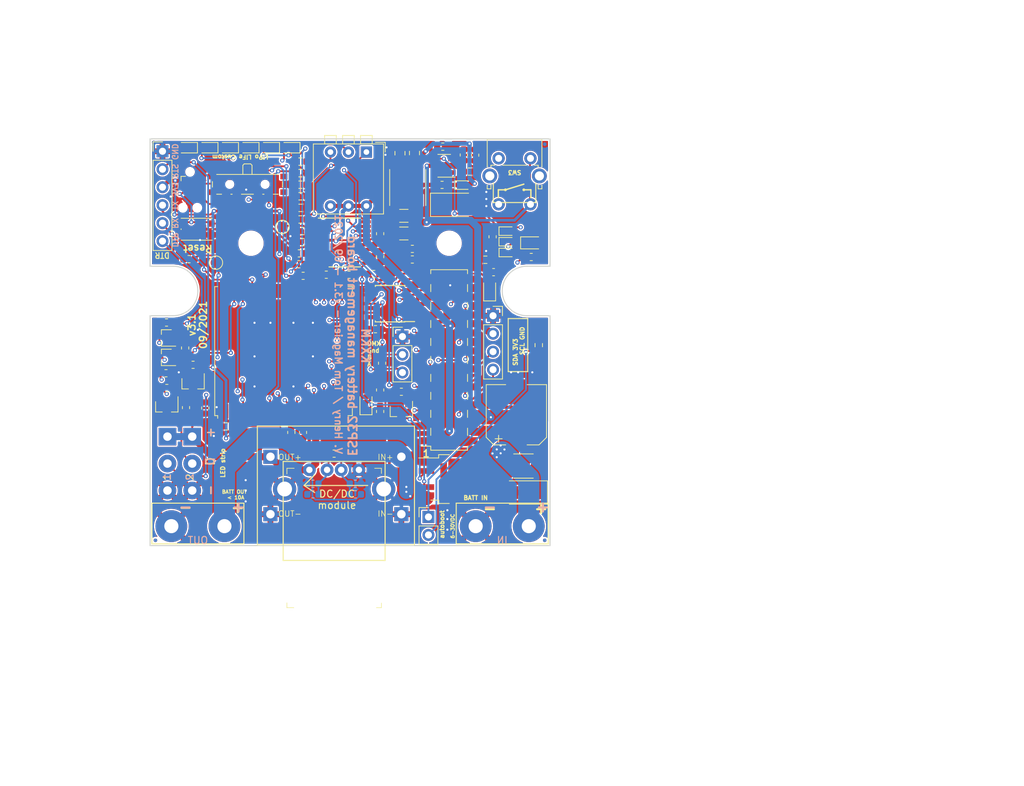
<source format=kicad_pcb>
(kicad_pcb (version 20211014) (generator pcbnew)
  (title_block (title "ESP32 battery management module") (date "2021-09-13") (rev "3.0") (company "KXKM") (comment 1 "Tom Magnier") (comment 2 "Fits enclosures Hammond 1593K / L / X"))
  (layers (0 "F.Cu" signal) (1 "In1.Cu" signal) (2 "In2.Cu" signal) (31 "B.Cu" signal) (34 "B.Paste" user) (35 "F.Paste" user) (36 "B.SilkS" user "B.Silkscreen") (37 "F.SilkS" user "F.Silkscreen") (38 "B.Mask" user) (39 "F.Mask" user) (44 "Edge.Cuts" user))
  (net 0 "")
  (net 1 "GND")
  (net 2 "/ESP32_EN")
  (net 3 "+3V3")
  (net 4 "+BATT")
  (net 5 "Net-(C7-Pad2)")
  (net 6 "Net-(C7-Pad1)")
  (net 7 "Net-(C8-Pad2)")
  (net 8 "/Battery monitoring/VBAT_MEAS")
  (net 9 "/Battery monitoring/STM32_RESET")
  (net 10 "/Battery monitoring/3.3V_EN")
  (net 11 "/Battery monitoring/EN_PUSH_BUTTON")
  (net 12 "/PROG_RTS")
  (net 13 "Net-(J1-Pad4)")
  (net 14 "/ESP32_TXO")
  (net 15 "/PROG_DTR")
  (net 16 "/Battery monitoring/STM32_BOOT")
  (net 17 "/ADC_IN")
  (net 18 "/LED_DATA_1")
  (net 19 "/SPI_CS")
  (net 20 "/SPI_SCK")
  (net 21 "/SPI_MISO")
  (net 22 "/SPI_MOSI")
  (net 23 "/I2C_SDA")
  (net 24 "/I2C_SCL")
  (net 25 "/DMX_DI")
  (net 26 "/DMX_RO")
  (net 27 "/DMX_DE")
  (net 28 "/LED_DATA_2")
  (net 29 "Net-(J6-Pad2)")
  (net 30 "Net-(J6-Pad3)")
  (net 31 "/LED_DATA_OUT_1")
  (net 32 "/LED_DATA_OUT_2")
  (net 33 "VBUS")
  (net 34 "/Battery monitoring/BATT_TYPE_1")
  (net 35 "/Battery monitoring/BATT_TYPE_2")
  (net 36 "/ESP32_BOOT")
  (net 37 "/Battery monitoring/MAIN_OUT_EN")
  (net 38 "/ESP32_RXI")
  (net 39 "/Battery monitoring/ESP32_EN")
  (net 40 "/Battery monitoring/LOAD_I_SENSE")
  (net 41 "/Battery monitoring/LED_BAR_1")
  (net 42 "/Battery monitoring/LED_BAR_3")
  (net 43 "/Battery monitoring/LED_BAR_2")
  (net 44 "/Battery monitoring/LED_BAR_4")
  (net 45 "/I2S_DATA")
  (net 46 "/I2S_BCK")
  (net 47 "/I2S_LRCK")
  (net 48 "Net-(R8-Pad1)")
  (net 49 "+VSW")
  (net 50 "Net-(D5-Pad1)")
  (net 51 "Net-(D10-Pad1)")
  (net 52 "Net-(D10-Pad2)")
  (net 53 "Net-(D6-Pad1)")
  (net 54 "Net-(C26-Pad1)")
  (net 55 "Net-(R12-Pad1)")
  (net 56 "Net-(Q2-Pad1)")
  (net 57 "Net-(Q1-Pad1)")
  (net 58 "Net-(Q6-Pad3)")
  (net 59 "Net-(J9-Pad2)")
  (net 60 "Net-(J9-Pad3)")
  (net 61 "+BATT_RAW")
  (net 62 "Net-(C11-Pad2)")
  (net 63 "/Battery monitoring/AUTOBOOT_SENSE")
  (net 64 "Net-(J5-Pad2)")
  (net 65 "Net-(R33-Pad2)")
  (net 66 "Net-(R34-Pad2)")
  (net 67 "Net-(R35-Pad2)")
  (net 68 "Net-(R36-Pad2)")
  (net 69 "/DIP_SWITCH")
  (net 70 "Net-(R38-Pad2)")
  (footprint "Connector_Wire:SolderWirePad_1x01_Drill2mm" (layer "F.Cu") (at 106 135.25)
    (fp_text reference "J16" hide)
    (fp_text value "Wire pad" hide)
  )
  (footprint "Connector_Wire:SolderWirePad_1x01_Drill2mm" (layer "F.Cu") (at 113.5 135.25)
    (fp_text reference "J15" hide)
    (fp_text value "Wire pad" hide)
  )
  (footprint "Connector_Wire:SolderWirePad_1x01_Drill2mm" (layer "F.Cu") (at 149 135.25)
    (fp_text reference "J14" hide)
    (fp_text value "Wire pad" hide)
  )
  (footprint "Capacitor_SMD:C_0603_1608Metric" (layer "F.Cu") (at 144.35 81.6)
    (fp_text reference "C26" hide)
    (fp_text value "10nF" hide)
  )
  (footprint "Resistor_SMD:R_0603_1608Metric" (layer "F.Cu") (at 148.125 85.125)
    (fp_text reference "R10" hide)
    (fp_text value "10k/1%" hide)
  )
  (footprint "Diode_SMD:D_SOD-323" (layer "F.Cu") (at 156.85 95.2)
    (fp_text reference "D2" hide)
    (fp_text value "Zener/3V/300mW" hide)
  )
  (footprint "Resistor_SMD:R_0603_1608Metric" (layer "F.Cu") (at 147.325 82.775 -90)
    (fp_text reference "R9" hide)
    (fp_text value "31.6k/1%" hide)
  )
  (footprint "Resistor_SMD:R_0603_1608Metric" (layer "F.Cu") (at 156.85 97.2)
    (fp_text reference "R8" hide)
    (fp_text value "470R" hide)
  )
  (footprint "tom_kicad_lib:USB_A_Female" (layer "F.Cu") (at 129 130)
    (fp_text reference "J9" hide)
    (fp_text value "USB_A" hide)
  )
  (footprint "Capacitor_SMD:C_0603_1608Metric" (layer "F.Cu") (at 148.925 82.8 -90)
    (fp_text reference "C8" hide)
    (fp_text value "20pF" hide)
  )
  (footprint "Resistor_SMD:R_0603_1608Metric" (layer "F.Cu") (at 127.89 99.7 180)
    (fp_text reference "R24" hide)
    (fp_text value "100R" hide)
  )
  (footprint "Resistor_SMD:R_0603_1608Metric" (layer "F.Cu") (at 131.11 99.71)
    (fp_text reference "R25" hide)
    (fp_text value "100R" hide)
  )
  (footprint "TestPoint:TestPoint_Pad_D1.5mm" (layer "F.Cu") (at 112.3 98)
    (fp_text reference "J11" hide)
    (fp_text value "TEST_1P" hide)
  )
  (footprint "Resistor_SMD:R_0603_1608Metric" (layer "F.Cu") (at 135.5 119.0375 90)
    (fp_text reference "R12" hide)
    (fp_text value "1k/1%" hide)
  )
  (footprint "Resistor_SMD:R_0603_1608Metric" (layer "F.Cu") (at 135.78 112.21 90)
    (fp_text reference "R7" hide)
    (fp_text value "120R" hide)
  )
  (footprint "Package_SO:TSSOP-20_4.4x6.5mm_P0.65mm" (layer "F.Cu") (at 130.5 95.15)
    (fp_text reference "U7" hide)
    (fp_text value "STM32F030F4Px" hide)
  )
  (footprint "MountingHole:MountingHole_3.2mm_M3" (layer "F.Cu") (at 145.25 95.25)
    (fp_text reference "MK2" hide)
    (fp_text value "Mounting_Hole" hide)
  )
  (footprint "MountingHole:MountingHole_3.2mm_M3" (layer "F.Cu") (at 117.25 95.25)
    (fp_text reference "MK1" hide)
    (fp_text value "Mounting_Hole" hide)
  )
  (footprint "LED_SMD:LED_0603_1608Metric" (layer "F.Cu") (at 114 81.75 180)
    (fp_text reference "D7" hide)
    (fp_text value "Green" hide)
  )
  (footprint "LED_SMD:LED_0603_1608Metric" (layer "F.Cu") (at 111.1 81.75 180)
    (fp_text reference "D6" hide)
    (fp_text value "Green")
  )
  (footprint "LED_SMD:LED_0603_1608Metric" (layer "F.Cu") (at 108.2 81.75 180)
    (fp_text reference "D5" hide)
    (fp_text value "Green" hide)
  )
  (footprint "LED_SMD:LED_0603_1608Metric" (layer "F.Cu") (at 119.8 81.75 180)
    (fp_text reference "D9" hide)
    (fp_text value "Yellow")
  )
  (footprint "LED_SMD:LED_0603_1608Metric" (layer "F.Cu") (at 116.9 81.75 180)
    (fp_text reference "D8" hide)
    (fp_text value "Yellow" hide)
  )
  (footprint "LED_SMD:LED_0603_1608Metric" (layer "F.Cu") (at 122.7 81.75 180)
    (fp_text reference "D10" hide)
    (fp_text value "Red")
  )
  (footprint "Connector_PinHeader_2.54mm:PinHeader_1x06_P2.54mm_Vertical" (layer "F.Cu") (at 104.75 82.25)
    (fp_text reference "J1" hide)
    (fp_text value "Conn_01x06" hide)
  )
  (footprint "Capacitor_SMD:C_0603_1608Metric" (layer "F.Cu") (at 124.6 95.1 180)
    (fp_text reference "C24" hide)
    (fp_text value "0.1uF" hide)
  )
  (footprint "Capacitor_SMD:C_0603_1608Metric" (layer "F.Cu") (at 135.5 93.9 90)
    (fp_text reference "C23" hide)
    (fp_text value "0.1uF" hide)
  )
  (footprint "Capacitor_SMD:C_0603_1608Metric" (layer "F.Cu") (at 124.075 96.69 180)
    (fp_text reference "C22" hide)
    (fp_text value "0.1uF" hide)
  )
  (footprint "Capacitor_SMD:C_0603_1608Metric" (layer "F.Cu") (at 134.85 107.4)
    (fp_text reference "C3" hide)
    (fp_text value "0.1uF" hide)
  )
  (footprint "Capacitor_SMD:CP_Elec_8x10" (layer "F.Cu") (at 154.75 119.5 90)
    (fp_text reference "C6" hide)
    (fp_text value "100uF,50V" hide)
  )
  (footprint "Button_Switch_SMD:SW_SP3T_PCM13" (layer "F.Cu") (at 116.75 87.25 180)
    (fp_text reference "SW4" hide)
    (fp_text value "SW_SP3T" hide)
  )
  (footprint "Fuse:Fuse_1812_4532Metric" (layer "F.Cu") (at 155.75 126.75 180)
    (fp_text reference "F1" hide)
    (fp_text value "0.5A/30V" hide)
  )
  (footprint "Connector_PinSocket_2.54mm:PinSocket_2x10_P2.54mm_Vertical_SMD" (layer "F.Cu") (at 145.25 111.75 180)
    (fp_text reference "J3" hide)
    (fp_text value "Conn_02x10_Odd_Even" hide)
  )
  (footprint "Resistor_SMD:R_0603_1608Metric" (layer "F.Cu") (at 134.6 99.6)
    (fp_text reference "R11" hide)
    (fp_text value "10k" hide)
  )
  (footprint "Capacitor_SMD:C_0603_1608Metric" (layer "F.Cu") (at 105.24 113.63)
    (fp_text reference "C1" hide)
    (fp_text value "1uF" hide)
  )
  (footprint "Resistor_SMD:R_0603_1608Metric" (layer "F.Cu") (at 140.05 96.05)
    (fp_text reference "R16" hide)
    (fp_text value "31.6k/1%" hide)
  )
  (footprint "Resistor_SMD:R_0603_1608Metric" (layer "F.Cu") (at 140.05 97.55 180)
    (fp_text reference "R15" hide)
    (fp_text value "270k/1%" hide)
  )
  (footprint "Diode_SMD:D_SMA" (layer "F.Cu") (at 146 89.825)
    (fp_text reference "D3" hide)
    (fp_text value "1A/100V" hide)
  )
  (footprint "Diode_SMD:D_SOD-523" (layer "F.Cu") (at 147.225 87.025)
    (fp_text reference "D12" hide)
    (fp_text value "1N4148WT" hide)
  )
  (footprint "Package_TO_SOT_SMD:SOT-23-6" (layer "F.Cu") (at 144.55 84.3 180)
    (fp_text reference "U3" hide)
    (fp_text value "MCP16331T-E/CH" hide)
  )
  (footprint "Capacitor_SMD:C_0805_2012Metric" (layer "F.Cu") (at 140.35 82.5 90)
    (fp_text reference "C9" hide)
    (fp_text value "10uF" hide)
  )
  (footprint "tom_kicad_lib:SW_Tactile_SPST_Angled_PTS645Vx58-2LFS_horiz_pads" (layer "F.Cu") (at 152.24 83.25)
    (fp_text reference "SW3" hide)
    (fp_text value "SW_Push" hide)
  )
  (footprint "Capacitor_SMD:C_0603_1608Metric" (layer "F.Cu") (at 135.5 97.15 -90)
    (fp_text reference "C21" hide)
    (fp_text value "1nF" hide)
  )
  (footprint "Diode_SMD:D_SMA" (layer "F.Cu") (at 155.75 130.5 180)
    (fp_text reference "D11" hide)
    (fp_text value "1A/100V" hide)
  )
  (footprint "Capacitor_SMD:C_1206_3216Metric" (layer "F.Cu") (at 138.85 93.875 180)
    (fp_text reference "C4" hide)
    (fp_text value "10uF/50V" hide)
  )
  (footprint "Capacitor_SMD:C_1206_3216Metric" (layer "F.Cu") (at 138.85 91.375 180)
    (fp_text reference "C5" hide)
    (fp_text value "10uF/50V" hide)
  )
  (footprint "Diode_SMD:D_SOD-523" (layer "F.Cu") (at 153.44 95.04)
    (fp_text reference "D4" hide)
    (fp_text value "1N4148WT" hide)
  )
  (footprint "Diode_SMD:D_SOD-523" (layer "F.Cu") (at 153.44 93.54)
    (fp_text reference "D1" hide)
    (fp_text value "1N4148WT" hide)
  )
  (footprint "Diode_SMD:D_SOD-323" (layer "F.Cu") (at 133.5 118 90)
    (fp_text reference "D13" hide)
    (fp_text value "Zener/3V/300mW" hide)
  )
  (footprint "Package_SO:SOIC-8_3.9x4.9mm_P1.27mm" (layer "F.Cu") (at 136.9 103.8 180)
    (fp_text reference "U2" hide)
    (fp_text value "SP3485CN" hide)
  )
  (footprint "Connector_PinHeader_2.54mm:PinHeader_1x03_P2.54mm_Vertical" (layer "F.Cu") (at 138.65 108.45)
    (fp_text reference "J6" hide)
    (fp_text value "Conn_01x03" hide)
  )
  (footprint "Capacitor_SMD:C_0805_2012Metric" (layer "F.Cu") (at 138.3 82.525 90)
    (fp_text reference "C10" hide)
    (fp_text value "10uF" hide)
  )
  (footprint "Resistor_SMD:R_0603_1608Metric" (layer "F.Cu") (at 138.5 116.25)
    (fp_text reference "R21" hide)
    (fp_text value "10k" hide)
  )
  (footprint "Resistor_SMD:R_0603_1608Metric" (layer "F.Cu") (at 151.39 94.34 90)
    (fp_text reference "R1" hide)
    (fp_text value "10k/1%" hide)
  )
  (footprint "Capacitor_SMD:C_0603_1608Metric" (layer "F.Cu") (at 144.25 87 180)
    (fp_text reference "C7" hide)
    (fp_text value "0.1uF" hide)
  )
  (footprint "Fiducial:Fiducial_0.5mm_Mask1mm" (layer "F.Cu") (at 158.75 137.25)
    (fp_text reference "FID2" hide)
    (fp_text value "Fiducial" hide)
  )
  (footprint "Fiducial:Fiducial_0.5mm_Mask1mm" (layer "F.Cu") (at 103.5 81)
    (fp_text reference "FID3" hide)
    (fp_text value "Fiducial" hide)
  )
  (footprint "Fiducial:Fiducial_0.5mm_Mask1mm" (layer "F.Cu") (at 103.75 137.25)
    (fp_text reference "FID1" hide)
    (fp_text value "Fiducial" hide)
  )
  (footprint "Resistor_SMD:R_0603_1608Metric" (layer "F.Cu") (at 109.07 112.44)
    (fp_text reference "R17" hide)
    (fp_text value "10k" hide)
  )
  (footprint "Resistor_SMD:R_0603_1608Metric" (layer "F.Cu") (at 129 125)
    (fp_text reference "R31" hide)
    (fp_text value "0R" hide)
  )
  (footprint "Package_TO_SOT_SMD:SOT-23" (layer "F.Cu") (at 109.07 115.09 -90)
    (fp_text reference "Q4" hide)
    (fp_text value "2N7002" hide)
  )
  (footprint "Resistor_SMD:R_0603_1608Metric" (layer "F.Cu") (at 105.36 115.72)
    (fp_text reference "R18" hide)
    (fp_text value "10k" hide)
  )
  (footprint "Package_TO_SOT_SMD:SOT-23" (layer "F.Cu") (at 105.36 118.35 -90)
    (fp_text reference "Q5" hide)
    (fp_text value "2N7002" hide)
  )
  (footprint "Resistor_SMD:R_0603_1608Metric" (layer "F.Cu") (at 108.07 118.49 90)
    (fp_text reference "R20" hide)
    (fp_text value "10k" hide)
  )
  (footprint "tom_kicad_lib:DC_DC_Buck_module_22x17mm" (layer "F.Cu") (at 129.25 129.5 180)
    (fp_text reference "U5" hide)
    (fp_text value "DC_DC_POL" hide)
  )
  (footprint "Package_TO_SOT_SMD:SOT-23" (layer "F.Cu") (at 138.5 119 -90)
    (fp_text reference "Q6" hide)
    (fp_text value "2N7002" hide)
  )
  (footprint "Resistor_SMD:R_0603_1608Metric" (layer "F.Cu") (at 110.79 118.55 -90)
    (fp_text reference "R19" hide)
    (fp_text value "10k" hide)
  )
  (footprint "Resistor_SMD:R_0603_1608Metric" (layer "F.Cu") (at 135.5 116 90)
    (fp_text reference "R22" hide)
    (fp_text value "1k/1%" hide)
  )
  (footprint "Resistor_SMD:R_0603_1608Metric" (layer "F.Cu") (at 108.5 97.5 180)
    (fp_text reference "R2" hide)
    (fp_text value "1k" hide)
  )
  (footprint "Resistor_SMD:R_0603_1608Metric" (layer "F.Cu") (at 124.62 99.86)
    (fp_text reference "R27" hide)
    (fp_text value "100R" hide)
  )
  (footprint "Connector:Tag-Connect_TC2030-IDC-NL_2x03_P1.27mm_Vertical" (layer "F.Cu") (at 108.64 87.7 -90)
    (fp_text reference "P1" hide)
    (fp_text value "TC_SWD" hide)
  )
  (footprint "Connector_PinSocket_2.54mm:PinSocket_1x04_P2.54mm_Vertical" (layer "F.Cu") (at 151.45 105.5)
    (fp_text reference "J4" hide)
    (fp_text value "Conn_01x04" hide)
  )
  (footprint "Package_TO_SOT_SMD:TO-252-4" (layer "F.Cu") (at 146.24 128.59)
    (fp_text reference "U4" hide)
    (fp_text value "BTS50080-1TEA" hide)
  )
  (footprint "Button_Switch_SMD:SW_SPST_KMR2" (layer "F.Cu") (at 109.58 93.27)
    (fp_text reference "SW1" hide)
    (fp_text value "SW_Push" hide)
  )
  (footprint "tom_kicad_lib:SolderWirePad_1x03_P3.81mm_Drill1.2mm" (layer "F.Cu") (at 108.95 122.59 -90)
    (fp_text reference "J8" hide)
    (fp_text value "Conn_01x03" hide)
  )
  (footprint "tom_kicad_lib:SolderWirePad_1x03_P3.81mm_Drill1.2mm" (layer "F.Cu") (at 105.45 122.59 -90)
    (fp_text reference "J7" hide)
    (fp_text value "Conn_01x03" hide)
  )
  (footprint "Capacitor_SMD:C_0603_1608Metric" (layer "F.Cu") (at 113.7875 121.15 180)
    (fp_text reference "C2" hide)
    (fp_text value "0.1uF" hide)
  )
  (footprint "Resistor_SMD:R_0603_1608Metric" (layer "F.Cu") (at 122.95 122 -90)
    (fp_text reference "R3" hide)
    (fp_text value "10k" hide)
  )
  (footprint "Resistor_SMD:R_0603_1608Metric" (layer "F.Cu") (at 124.6 122 -90)
    (fp_text reference "R4" hide)
    (fp_text value "10k" hide)
  )
  (footprint "RF_Module:ESP32-WROOM-32U" (layer "F.Cu") (at 121.85 110.5 90)
    (fp_text reference "U1" hide)
    (fp_text value "ESP32-WROOM")
  )
  (footprint "Inductor_SMD:L_Taiyo-Yuden_NR-50xx" (layer "F.Cu") (at 139.4 87.375 90)
    (fp_text reference "L1" hide)
    (fp_text value "15uH,1.5A" hide)
  )
  (footprint "TestPoint:TestPoint_Pad_D1.5mm" (layer "F.Cu") (at 121.7 92.95)
    (fp_text reference "J2" hide)
    (fp_text value "TEST_1P" hide)
  )
  (footprint "Package_TO_SOT_SMD:SOT-323_SC-70" (layer "F.Cu") (at 105.32 108.64 180)
    (fp_text reference "Q1" hide)
    (fp_text value "BC847W" hide)
  )
  (footprint "Package_TO_SOT_SMD:SOT-323_SC-70" (layer "F.Cu") (at 105.32 111.39 180)
    (fp_text reference "Q2" hide)
    (fp_text value "BC847W" hide)
  )
  (footprint "Resistor_SMD:R_0603_1608Metric" (layer "F.Cu") (at 105.32 106.46)
    (fp_text reference "R6" hide)
    (fp_text value "10k" hide)
  )
  (footprint "Resistor_SMD:R_0603_1608Metric" (layer "F.Cu") (at 107.95 110.06 -90)
    (fp_text reference "R5" hide)
    (fp_text value "10k" hide)
  )
  (footprint "Capacitor_SMD:C_0603_1608Metric" (layer "F.Cu") (at 151.53 99.34 180)
    (fp_text reference "C11" hide)
    (fp_text value "1uF")
  )
  (footprint "Diode_SMD:D_SOD-323" (layer "F.Cu") (at 150.97 101.91 90)
    (fp_text reference "D14" hide)
    (fp_text value "Zener/3V/300mW")
  )
  (footprint "Diode_SMD:D_SOD-523" (layer "F.Cu") (at 153.45 96.56)
    (fp_text reference "D15" hide)
    (fp_text value "1N4148WT")
  )
  (footprint "Resistor_SMD:R_0603_1608Metric" (layer "F.Cu") (at 157.91 109.66 90)
    (fp_text reference "R28" hide)
    (fp_text value "470R")
  )
  (footprint "Resistor_SMD:R_0603_1608Metric" (layer "F.Cu") (at 150.36 97.59 180)
    (fp_text reference "R32" hide)
    (fp_text value "47k")
  )
  (footprint "Connector_PinHeader_2.54mm:PinHeader_1x02_P2.54mm_Vertical" (layer "F.Cu") (at 142.325 133.95)
    (fp_text reference "J5" hide)
    (fp_text value "Conn_01x02")
  )
  (footprint "Resistor_SMD:R_0603_1608Metric" (layer "F.Cu") (at 124.025 98.225)
    (fp_text reference "R26" hide)
    (fp_text value "100R" hide)
  )
  (footprint "Resistor_SMD:R_0603_1608Metric" (layer "F.Cu") (at 124.24 90.254 180)
    (fp_text reference "R33" hide)
    (fp_text value "22k")
  )
  (footprint "Resistor_SMD:R_0603_1608Metric" (layer "F.Cu") (at 124.24 91.89)
    (fp_text reference "R34" hide)
    (fp_text value "22k")
  )
  (footprint "Resistor_SMD:R_0603_1608Metric" (layer "F.Cu") (at 124.24 88.618)
    (fp_text reference "R35" hide)
    (fp_text value "10k")
  )
  (footprint "Resistor_SMD:R_0603_1608Metric" (layer "F.Cu") (at 124.24 83.71)
    (fp_text reference "R36" hide)
    (fp_text value "22k")
  )
  (footprint "Resistor_SMD:R_0603_1608Metric" (layer "F.Cu") (at 124.24 85.346 180)
    (fp_text reference "R37" hide)
    (fp_text value "10k")
  )
  (footprint "Resistor_SMD:R_0603_1608Metric" (layer "F.Cu") (at 124.24 86.982)
    (fp_text reference "R38" hide)
    (fp_text value "22k")
  )
  (footprint "Button_Switch_THT:SW_DIP_SPSTx03_Piano_CTS_Series194-3MSTN_W7.62mm_P2.54mm" (layer "F.Cu") (at 133.56 82.36 -90)
    (fp_text reference "SW2" hide)
    (fp_text value "SW_DIP_x03")
  )
  (footprint "Resistor_SMD:R_0603_1608Metric" (layer "F.Cu") (at 124.61 93.53 180)
    (fp_text reference "R23" hide)
    (fp_text value "1k" hide)
  )
  (footprint "Connector_Wire:SolderWirePad_1x01_Drill2mm" (layer "F.Cu") (at 156.5 135.25)
    (fp_text reference "J13" hide)
    (fp_text value "Wire pad" hide)
  )
  (footprint "Fiducial:Fiducial_0.5mm_Mask1mm" (layer "B.Cu") (at 158.75 137.25)
    (fp_text reference "FID4" hide)
    (fp_text value "Fiducial" hide)
  )
  (footprint "Fiducial:Fiducial_0.5mm_Mask1mm" (layer "B.Cu") (at 103.75 137.25)
    (fp_text reference "FID5" hide)
    (fp_text value "Fiducial" hide)
  )
  (footprint "Fiducial:Fiducial_0.5mm_Mask1mm" (layer "B.Cu") (at 158.75 81.25)
    (fp_text reference "FID6" hide)
    (fp_text value "Fiducial" hide)
  )
  (footprint "Resistor_SMD:R_0603_1608Metric" (layer "B.Cu") (at 132 130.75 180)
    (fp_text reference "R13" hide)
    (fp_text value "DNP" hide)
  )
  (footprint "Resistor_SMD:R_0603_1608Metric" (layer "B.Cu") (at 126 130.75)
    (fp_text reference "R29" hide)
    (fp_text value "DNP" hide)
  )
  (footprint "Resistor_SMD:R_0603_1608Metric" (layer "B.Cu") (at 126 129.25 180)
    (fp_text reference "R30" hide)
    (fp_text value "DNP" hide)
  )
  (footprint "Resistor_SMD:R_0603_1608Metric" (layer "B.Cu") (at 132 129.25)
    (fp_text reference "R14" hide)
    (fp_text value "DNP" hide)
  )
  (gr_line (start 152.2 88.8) (end 152.2 87.7) (layer "F.SilkS") (width 0.2))
  (gr_line (start 152.2 87.7) (end 153.2 87.7) (layer "F.SilkS") (width 0.2))
  (gr_line (start 153.2 87.7) (end 155.8 86.9) (layer "F.SilkS") (width 0.2))
  (gr_line (start 155.8 87.7) (end 156.8 87.7) (layer "F.SilkS") (width 0.2))
  (gr_line (start 156.8 87.7) (end 156.8 88.8) (layer "F.SilkS") (width 0.2))
  (gr_circle (center 153.2 87.7) (end 153.2 87.8) (layer "F.SilkS") (width 0.2) (fill none))
  (gr_circle (center 155.8 87.7) (end 155.8 87.8) (layer "F.SilkS") (width 0.2) (fill none))
  (gr_line (start 159.25 132) (end 159.25 137.75) (layer "F.SilkS") (width 0.15))
  (gr_line (start 116.25 137.75) (end 103.25 137.75) (layer "F.SilkS") (width 0.15))
  (gr_line (start 103.25 137.75) (end 103.25 132) (layer "F.SilkS") (width 0.15))
  (gr_line (start 116.25 132) (end 103.25 132) (layer "F.SilkS") (width 0.15))
  (gr_line (start 146.25 137.75) (end 146.25 132) (layer "F.SilkS") (width 0.15))
  (gr_line (start 159.25 137.75) (end 146.25 137.75) (layer "F.SilkS") (width 0.15))
  (gr_line (start 153.6 113.4) (end 153.6 105.9) (layer "F.SilkS") (width 0.15))
  (gr_line (start 156.35 113.4) (end 153.6 113.4) (layer "F.SilkS") (width 0.15))
  (gr_line (start 156.35 105.9) (end 156.35 113.4) (layer "F.SilkS") (width 0.15))
  (gr_line (start 146.25 132) (end 159.25 132) (layer "F.SilkS") (width 0.15))
  (gr_line (start 116.25 137.75) (end 116.25 132) (layer "F.SilkS") (width 0.15))
  (gr_line (start 153.6 105.9) (end 156.35 105.9) (layer "F.SilkS") (width 0.15))
  (gr_arc (start 156.25 105.5) (mid 152.75 102) (end 156.25 98.5) (layer "Edge.Cuts") (width 0.15))
  (gr_line (start 159.5 105.5) (end 156.25 105.5) (layer "Edge.Cuts") (width 0.15))
  (gr_line (start 106.25 98.5) (end 103 98.5) (layer "Edge.Cuts") (width 0.15))
  (gr_line (start 103 105.5) (end 106.25 105.5) (layer "Edge.Cuts") (width 0.15))
  (gr_arc (start 106.25 98.5) (mid 109.75 102) (end 106.25 105.5) (layer "Edge.Cuts") (width 0.15))
  (gr_line (start 103 138) (end 103 105.5) (layer "Edge.Cuts") (width 0.15))
  (gr_line (start 159.5 98.5) (end 156.25 98.5) (layer "Edge.Cuts") (width 0.15))
  (gr_line (start 159.5 80.5) (end 159.5 98.5) (layer "Edge.Cuts") (width 0.15))
  (gr_line (start 159.5 138) (end 103 138) (layer "Edge.Cuts") (width 0.15))
  (gr_line (start 159.5 105.5) (end 159.5 138) (layer "Edge.Cuts") (width 0.15))
  (gr_line (start 103 80.5) (end 159.5 80.5) (layer "Edge.Cuts") (width 0.15))
  (gr_line (start 103 98.5) (end 103 80.5) (layer "Edge.Cuts") (width 0.15))
  (gr_text "+" (at 115.5 132.5) (layer "B.SilkS") (effects (font (size 1.5 1.5) (thickness 0.3)) (justify mirror)))
  (gr_text "-" (at 108 132.5) (layer "B.SilkS") (effects (font (size 1.5 1.5) (thickness 0.3)) (justify mirror)))
  (gr_text "-" (at 151 132.5) (layer "B.SilkS") (effects (font (size 1.5 1.5) (thickness 0.3)) (justify mirror)))
  (gr_text "+" (at 158.5 132.5) (layer "B.SilkS") (effects (font (size 1.5 1.5) (thickness 0.3)) (justify mirror)))
  (gr_text "1\n\n2" (at 107 128.3 90) (layer "B.SilkS") (effects (font (size 1 1)) (justify mirror)))
  (gr_text "IN" (at 152.75 137.25) (layer "B.SilkS") (effects (font (size 1 1)) (justify mirror)))
  (gr_text "+   D   -" (at 111.5 126.1 90) (layer "B.SilkS") (effects (font (size 1.2 1.2) (thickness 0.2)) (justify mirror)))
  (gr_text "V. Henry / Tom Magnier - v3.1 - 09/2021" (at 129.6 108.1 -90) (layer "B.SilkS") (effects (font (size 1 1) (thickness 0.2)) (justify mirror)))
  (gr_text "OUT" (at 109.75 137.25) (layer "B.SilkS") (effects (font (size 1 1)) (justify mirror)))
  (gr_text "DTR RX  TX 3V3 RTS GND" (at 106.5 88.5 270) (layer "B.SilkS") (effects (font (size 0.8 0.75)) (justify mirror)))
  (gr_text "KXKM\nESP32 battery management board" (at 132.5 109.75 270) (layer "B.SilkS") (effects (font (size 1.2 1.2) (thickness 0.25)) (justify mirror)))
  (gr_text "+" (at 158.25 132.75) (layer "F.SilkS") (effects (font (size 1.5 1.5) (thickness 0.3))))
  (gr_text "-" (at 151 132.75) (layer "F.SilkS") (effects (font (size 1.5 1.5) (thickness 0.3))))
  (gr_text "+" (at 115.4 132.6) (layer "F.SilkS") (effects (font (size 1.5 1.5) (thickness 0.3))))
  (gr_text "DTR" (at 104.71 96.96 180) (layer "F.SilkS") (effects (font (size 0.8 0.75))))
  (gr_text "SW3" (at 154.5 85.25 180) (layer "F.SilkS") (effects (font (size 0.6 0.6))))
  (gr_text "DMX\nGnd\nB\nA" (at 133.6 110.9) (layer "F.SilkS") (effects (font (size 0.6 0.6)) (justify left)))
  (gr_text "SDA 3V3\n       SCL GND" (at 155.1 110.65 90) (layer "F.SilkS") (effects (font (size 0.6 0.6))))
  (gr_text "BATT IN" (at 149 131.25) (layer "F.SilkS") (effects (font (size 0.6 0.6))))
  (gr_text "LED strip" (at 113.28 126.33 90) (layer "F.SilkS") (effects (font (size 0.6 0.6))))
  (gr_text "-   D   +" (at 111.51 126.1 90) (layer "F.SilkS") (effects (font (size 1.2 1.2) (thickness 0.2))))
  (gr_text "1\n\n2" (at 107.01 128.31 90) (layer "F.SilkS") (effects (font (size 1 1))))
  (gr_text "Reset" (at 109.75 96 180) (layer "F.SilkS") (effects (font (size 1 1) (thickness 0.2))))
  (gr_text "-" (at 108 132.55) (layer "F.SilkS") (effects (font (size 1.5 1.5) (thickness 0.3))))
  (gr_text "6-30VDC" (at 145.75 135.25 90) (layer "F.SilkS") (effects (font (size 0.5 0.5) (thickness 0.125))))
  (gr_text "DC/DC\nmodule" (at 129.4 131.5) (layer "F.SilkS") (effects (font (size 1 1))))
  (gr_text "v3.1\n09/2021" (at 109.7 106.8 90) (layer "F.SilkS") (effects (font (size 1 1) (thickness 0.2))))
  (gr_text "LiPo LiFe Custom" (at 115.74 83.05 180) (layer "F.SilkS") (effects (font (size 0.6 0.6))))
  (gr_text "BATT OUT \n< 10A" (at 115.1 130.8) (layer "F.SilkS") (effects (font (size 0.5 0.5) (thickness 0.125))))
  (gr_text "1" (at 142 125) (layer "F.SilkS") (effects (font (size 1 1) (thickness 0.2))))
  (gr_text "autoboot" (at 144.25 135 90) (layer "F.SilkS") (effects (font (size 0.6 0.6))))
  (segment (start 147.77 100.32) (end 146.28 100.32) (width 1) (layer "F.Cu") (net 1))
  (segment (start 115.25 88.68) (end 115.57 88.68) (width 0.25) (layer "F.Cu") (net 1))
  (segment (start 123.8225 93.53) (end 123.8225 95.09) (width 0.25) (layer "F.Cu") (net 1))
  (segment (start 149.535 97.29) (end 150.475 96.35) (width 1) (layer "F.Cu") (net 1))
  (segment (start 115.57 88.68) (end 116.575 87.675) (width 0.25) (layer "F.Cu") (net 1))
  (segment (start 136.5125 81.5875) (end 136.4 81.7) (width 0.25) (layer "F.Cu") (net 1))
  (segment (start 108.005 88.97) (end 106.22 88.97) (width 0.25) (layer "F.Cu") (net 1))
  (segment (start 113.595 119) (end 112.975 119) (width 0.25) (layer "F.Cu") (net 1))
  (segment (start 149.535 97.59) (end 149.535 97.29) (width 1) (layer "F.Cu") (net 1))
  (segment (start 106.92 113.63) (end 107.05 113.5) (width 0.25) (layer "F.Cu") (net 1))
  (segment (start 138.3 81.5875) (end 136.5125 81.5875) (width 0.25) (layer "F.Cu") (net 1))
  (segment (start 106.0275 113.63) (end 106.92 113.63) (width 0.25) (layer "F.Cu") (net 1))
  (segment (start 123.8225 93.53) (end 123.545 93.53) (width 0.25) (layer "F.Cu") (net 1))
  (segment (start 110.78 94.07) (end 110.05 94.8) (width 0.25) (layer "F.Cu") (net 1))
  (segment (start 111.63 94.07) (end 110.78 94.07) (width 0.25) (layer "F.Cu") (net 1))
  (segment (start 112.975 119) (end 112.4 118.425) (width 0.25) (layer "F.Cu") (net 1))
  (segment (start 123.545 93.53) (end 122.825 94.25) (width 0.25) (layer "F.Cu") (net 1))
  (segment (start 138.325 81.5625) (end 138.3 81.5875) (width 0.25) (layer "F.Cu") (net 1))
  (segment (start 146.28 100.32) (end 145.4 101.2) (width 1) (layer "F.Cu") (net 1))
  (segment (start 106.22 88.97) (end 105.9 88.65) (width 0.25) (layer "F.Cu") (net 1))
  (segment (start 140.35 81.5625) (end 138.325 81.5625) (width 0.25) (layer "F.Cu") (net 1))
  (segment (start 123.8225 95.09) (end 123.8125 95.1) (width 0.25) (layer "F.Cu") (net 1))
  (via (at 150.475 96.35) (size 0.6) (drill 0.3) (layers "F.Cu" "B.Cu") (net 1))
  (via (at 123.25 115.5) (size 0.6) (drill 0.3) (layers "F.Cu" "B.Cu") (net 1))
  (via (at 116.5 131.75) (size 0.6) (drill 0.3) (layers "F.Cu" "B.Cu") (net 1))
  (via (at 105.9 88.65) (size 0.6) (drill 0.3) (layers "F.Cu" "B.Cu") (net 1))
  (via (at 110.05 94.8) (size 0.6) (drill 0.3) (layers "F.Cu" "B.Cu") (net 1))
  (via (at 117.75 115.5) (size 0.6) (drill 0.3) (layers "F.Cu" "B.Cu") (net 1))
  (via (at 107.05 113.5) (size 0.6) (drill 0.3) (layers "F.Cu" "B.Cu") (net 1))
  (via (at 112.4 118.425) (size 0.6) (drill 0.3) (layers "F.Cu" "B.Cu") (net 1))
  (via (at 126 111.25) (size 0.6) (drill 0.3) (layers "F.Cu" "B.Cu") (net 1))
  (via (at 126 106.5) (size 0.6) (drill 0.3) (layers "F.Cu" "B.Cu") (net 1))
  (via (at 123.25 106.5) (size 0.6) (drill 0.3) (layers "F.Cu" "B.Cu") (net 1))
  (via (at 145 133) (size 0.6) (drill 0.3) (layers "F.Cu" "B.Cu") (net 1))
  (via (at 116.5 128.75) (size 0.6) (drill 0.3) (layers "F.Cu" "B.Cu") (net 1))
  (via (at 150.5 89) (size 0.6) (drill 0.3) (layers "F.Cu" "B.Cu") (net 1))
  (via (at 145 134.25) (size 0.6) (drill 0.3) (layers "F.Cu" "B.Cu") (net 1))
  (via (at 112 122.5) (size 0.6) (drill 0.3) (layers "F.Cu" "B.Cu") (net 1))
  (via (at 145.4 101.2) (size 0.6) (drill 0.3) (layers "F.Cu" "B.Cu") (net 1))
  (via (at 136.25 82.75) (size 0.6) (drill 0.3) (layers "F.Cu" "B.Cu") (net 1))
  (via (at 109.75 107.5) (size 0.6) (drill 0.3) (layers "F.Cu" "B.Cu") (net 1))
  (via (at 116.575 87.675) (size 0.6) (drill 0.3) (layers "F.Cu" "B.Cu") (net 1))
  (via (at 145 135.75) (size 0.6) (drill 0.3) (layers "F.Cu" "B.Cu") (net 1))
  (via (at 117.75 106.5) (size 0.6) (drill 0.3) (layers "F.Cu" "B.Cu") (net 1))
  (via (at 154 113.5) (size 0.6) (drill 0.3) (layers "F.Cu" "B.Cu") (net 1))
  (via (at 150.5 88) (size 0.6) (drill 0.3) (layers "F.Cu" "B.Cu") (net 1))
  (via (at 150.5 90) (size 0.6) (drill 0.3) (layers "F.Cu" "B.Cu") (net 1))
  (via (at 157 113.5) (size 0.6) (drill 0.3) (layers "F.Cu" "B.Cu") (net 1))
  (via (at 155 113.5) (size 0.6) (drill 0.3) (layers "F.Cu" "B.Cu") (net 1))
  (via (at 136.4 81.7) (size 0.6) (drill 0.3) (layers "F.Cu" "B.Cu") (net 1))
  (via (at 116.5 130.25) (size 0.6) (drill 0.3) (layers "F.Cu" "B.Cu") (net 1))
  (via (at 122.825 94.25) (size 0.6) (drill 0.3) (layers "F.Cu" "B.Cu") (net 1))
  (via (at 120 106.5) (size 0.6) (drill 0.3) (layers "F.Cu" "B.Cu") (net 1))
  (via (at 117.75 111.25) (size 0.6) (drill 0.3) (layers "F.Cu" "B.Cu") (net 1))
  (segment (start 104.715 111.39) (end 105.05 111.725) (width 0.25) (layer "F.Cu") (net 2))
  (segment (start 104.32 111.39) (end 104.715 111.39) (width 0.25) (layer "F.Cu") (net 2))
  (segment (start 134.25 100.375001) (end 134.25 100.0375) (width 0.25) (layer "F.Cu") (net 2))
  (segment (start 104.4525 114.3525) (end 104.625 114.525) (width 0.25) (layer "F.Cu") (net 2))
  (segment (start 116.135 119) (end 116.135 117.46) (width 0.25) (layer "F.Cu") (net 2))
  (segment (start 104.4525 113.63) (end 104.4525 114.3525) (width 0.25) (layer "F.Cu") (net 2))
  (segment (start 112.675 99.8) (end 112.675 98.375) (width 0.25) (layer "F.Cu") (net 2))
  (segment (start 134.25 100.0375) (end 133.8125 99.6) (width 0.25) (layer "F.Cu") (net 2))
  (segment (start 112.675 98.375) (end 112.3 98) (width 0.25) (layer "F.Cu") (net 2))
  (segment (start 104.4525 111.5225) (end 104.32 111.39) (width 0.25) (layer "F.Cu") (net 2))
  (segment (start 104.4525 113.63) (end 104.4525 111.5225) (width 0.25) (layer "F.Cu") (net 2))
  (segment (start 116.135 117.46) (end 116.05 117.375) (width 0.25) (layer "F.Cu") (net 2))
  (via (at 116.05 117.375) (size 0.6) (drill 0.3) (layers "F.Cu" "B.Cu") (net 2))
  (via (at 116.05 114.525) (size 0.6) (drill 0.3) (layers "F.Cu" "B.Cu") (net 2))
  (via (at 112.525 111.375) (size 0.6) (drill 0.3) (layers "F.Cu" "B.Cu") (net 2))
  (via (at 112.675 99.8) (size 0.6) (drill 0.3) (layers "F.Cu" "B.Cu") (net 2))
  (via (at 105.05 111.725) (size 0.6) (drill 0.3) (layers "F.Cu" "B.Cu") (net 2))
  (via (at 104.625 114.525) (size 0.6) (drill 0.3) (layers "F.Cu" "B.Cu") (net 2))
  (via (at 134.25 100.375001) (size 0.6) (drill 0.3) (layers "F.Cu" "B.Cu") (net 2))
  (segment (start 112.525 99.95) (end 112.675 99.8) (width 0.25) (layer "B.Cu") (net 2))
  (segment (start 112.525 111.375) (end 112.525 99.95) (width 0.25) (layer "B.Cu") (net 2))
  (segment (start 116.05 114.525) (end 116.05 117.375) (width 0.25) (layer "B.Cu") (net 2))
  (segment (start 109.47 114.09) (end 110.02 114.09) (width 0.15) (layer "F.Cu") (net 3))
  (segment (start 148.125 81.825) (end 148.2875 81.9875) (width 0.6) (layer "F.Cu") (net 3))
  (segment (start 128.48 89.98) (end 133.56 89.98) (width 0.6) (layer "F.Cu") (net 3))
  (segment (start 136.445 106.925) (end 145.425 106.925) (width 0.25) (layer "F.Cu") (net 3))
  (segment (start 114.575 119.29) (end 114.865 119) (width 0.4) (layer "F.Cu") (net 3))
  (segment (start 147.325 81.9875) (end 148.2875 81.9875) (width 0.6) (layer "F.Cu") (net 3))
  (segment (start 133.45 94.825) (end 129.375 94.825) (width 0.25) (layer "F.Cu") (net 3))
  (segment (start 105.65 86.43) (end 104.75 87.33) (width 0.6) (layer "F.Cu") (net 3))
  (segment (start 135.5 94.6875) (end 133.5875 94.6875) (width 0.25) (layer "F.Cu") (net 3))
  (segment (start 148.9 81.9875) (end 148.925 82.0125) (width 0.6) (layer "F.Cu") (net 3))
  (segment (start 148.2875 81.9875) (end 148.9 81.9875) (width 0.6) (layer "F.Cu") (net 3))
  (segment (start 133.5875 94.6875) (end 133.45 94.825) (width 0.25) (layer "F.Cu") (net 3))
  (segment (start 112.025 90.7) (end 121.249979 90.7) (width 0.4) (layer "F.Cu") (net 3))
  (segment (start 107.84 115.72) (end 109.47 114.09) (width 0.15) (layer "F.Cu") (net 3))
  (segment (start 114.575 121.975) (end 113.725 122.825) (width 0.15) (layer "F.Cu") (net 3))
  (segment (start 106.425 91.2) (end 111.525 91.2) (width 0.25) (layer "F.Cu") (net 3))
  (segment (start 134.2 107.2625) (end 134.0625 107.4) (width 0.25) (layer "F.Cu") (net 3))
  (segment (start 142.73 123.18) (end 143.92 123.18) (width 1) (layer "F.Cu") (net 3))
  (segment (start 126.10001 95.29999) (end 126.575 94.825) (width 0.25) (layer "F.Cu") (net 3))
  (segment (start 114.575 121.15) (end 121.3125 121.15) (width 0.15) (layer "F.Cu") (net 3))
  (segment (start 139.4 85.575) (end 139.4 84.3875) (width 0.6) (layer "F.Cu") (net 3))
  (segment (start 145.425 106.925) (end 145.724999 106.625001) (width 1) (layer "F.Cu") (net 3))
  (segment (start 121.249979 90.7) (end 121.274979 90.725) (width 0.4) (layer "F.Cu") (net 3))
  (segment (start 143.92 123.18) (end 145.3 121.8) (width 1) (layer "F.Cu") (net 3))
  (segment (start 124.8625 96.69) (end 124.970784 96.69) (width 0.25) (layer "F.Cu") (net 3))
  (segment (start 108.005 86.43) (end 106.605 86.43) (width 0.6) (layer "F.Cu") (net 3))
  (segment (start 106.605 86.43) (end 105.65 86.43) (width 0.6) (layer "F.Cu") (net 3))
  (segment (start 126.575 94.825) (end 127.55 94.825) (width 0.25) (layer "F.Cu") (net 3))
  (segment (start 114.575 121.15) (end 114.575 121.975) (width 0.15) (layer "F.Cu") (net 3))
  (segment (start 134.2 105.705) (end 134.2 107.2625) (width 0.25) (layer "F.Cu") (net 3))
  (segment (start 110.02 112.6025) (end 109.8575 112.44) (width 0.15) (layer "F.Cu") (net 3))
  (segment (start 124.970784 96.69) (end 126.10001 95.560774) (width 0.25) (layer "F.Cu") (net 3))
  (segment (start 148.85 86.825) (end 148.125 86.825) (width 0.6) (layer "F.Cu") (net 3))
  (segment (start 111.875 112.8) (end 110.2175 112.8) (width 0.15) (layer "F.Cu") (net 3))
  (segment (start 135.225 105.705) (end 136.445 106.925) (width 0.25) (layer "F.Cu") (net 3))
  (segment (start 106.31 115.8825) (end 106.1475 115.72) (width 0.15) (layer "F.Cu") (net 3))
  (segment (start 137.965 85.575) (end 133.56 89.98) (width 0.6) (layer "F.Cu") (net 3))
  (segment (start 106.1475 115.72) (end 107.84 115.72) (width 0.15) (layer "F.Cu") (net 3))
  (segment (start 106.58 86.43) (end 106.55 86.4) (width 0.6) (layer "F.Cu") (net 3))
  (segment (start 129.375 94.825) (end 129.25 94.95) (width 0.25) (layer "F.Cu") (net 3))
  (segment (start 126.10001 95.560774) (end 126.10001 95.29999) (width 0.25) (layer "F.Cu") (net 3))
  (segment (start 148.125 81.175) (end 148.125 81.825) (width 0.6) (layer "F.Cu") (net 3))
  (segment (start 140.7375 83.4375) (end 141.925 82.25) (width 0.6) (layer "F.Cu") (net 3))
  (segment (start 110.2175 112.8) (end 109.8575 112.44) (width 0.15) (layer "F.Cu") (net 3))
  (segment (start 114.575 121.15) (end 114.575 119.29) (width 0.4) (layer "F.Cu") (net 3))
  (segment (start 151.119998 108.04) (end 151.45 108.04) (width 1) (layer "F.Cu") (net 3))
  (segment (start 140.35 83.4375) (end 140.7375 83.4375) (width 0.6) (layer "F.Cu") (net 3))
  (segment (start 148.125 86.825) (end 147.925 87.025) (width 0.6) (layer "F.Cu") (net 3))
  (segment (start 129.25 94.95) (end 129.125 94.825) (width 0.4) (layer "F.Cu") (net 3))
  (segment (start 139.4 84.3875) (end 140.35 83.4375) (width 0.6) (layer "F.Cu") (net 3))
  (segment (start 111.525 91.2) (end 112.025 90.7) (width 0.25) (layer "F.Cu") (net 3))
  (segment (start 138.3 83.4625) (end 140.325 83.4625) (width 0.6) (layer "F.Cu") (net 3))
  (segment (start 140.325 83.4625) (end 140.35 83.4375) (width 0.6) (layer "F.Cu") (net 3))
  (segment (start 139.4 85.575) (end 137.965 85.575) (width 0.6) (layer "F.Cu") (net 3))
  (segment (start 134.2 105.705) (end 135.225 105.705) (width 0.25) (layer "F.Cu") (net 3))
  (segment (start 106.31 117.35) (end 106.31 115.8825) (width 0.15) (layer "F.Cu") (net 3))
  (segment (start 149.704999 106.625001) (end 151.119998 108.04) (width 1) (layer "F.Cu") (net 3))
  (segment (start 145.724999 106.625001) (end 149.704999 106.625001) (width 1) (layer "F.Cu") (net 3))
  (segment (start 129.125 94.825) (end 127.55 94.825) (width 0.4) (layer "F.Cu") (net 3))
  (segment (start 110.02 114.09) (end 110.02 112.6025) (width 0.15) (layer "F.Cu") (net 3))
  (segment (start 122.95 122.7875) (end 124.6 122.7875) (width 0.15) (layer "F.Cu") (net 3))
  (segment (start 121.3125 121.15) (end 122.95 122.7875) (width 0.15) (layer "F.Cu") (net 3))
  (segment (start 106.605 86.43) (end 106.58 86.43) (width 0.6) (layer "F.Cu") (net 3))
  (via (at 121.274979 96.775) (size 0.6) (drill 0.3) (layers "F.Cu" "B.Cu") (net 3))
  (via (at 148.85 86.825) (size 0.6) (drill 0.3) (layers "F.Cu" "B.Cu") (net 3))
  (via (at 129.25 94.95) (size 0.6) (drill 0.3) (layers "F.Cu" "B.Cu") (net 3))
  (via (at 148.125 81.175) (size 0.6) (drill 0.3) (layers "F.Cu" "B.Cu") (net 3))
  (via (at 145.425 106.925) (size 0.6) (drill 0.3) (layers "F.Cu" "B.Cu") (net 3))
  (via (at 106.55 86.4) (size 0.6) (drill 0.3) (layers "F.Cu" "B.Cu") (net 3))
  (via (at 113.725 122.825) (size 0.6) (drill 0.3) (layers "F.Cu" "B.Cu") (net 3))
  (via (at 141.925 82.25) (size 0.6) (drill 0.3) (layers "F.Cu" "B.Cu") (net 3))
  (via (at 129.25 94.95) (size 0.6) (drill 0.3) (layers "F.Cu" "B.Cu") (net 3))
  (via (at 121.274979 90.725) (size 0.6) (drill 0.3) (layers "F.Cu" "B.Cu") (net 3))
  (via (at 145.3 121.8) (size 0.6) (drill 0.3) (layers "F.Cu" "B.Cu") (net 3))
  (via (at 111.875 112.8) (size 0.6) (drill 0.3) (layers "F.Cu" "B.Cu") (net 3))
  (via (at 112.025 90.7) (size 0.6) (drill 0.3) (layers "F.Cu" "B.Cu") (net 3))
  (via (at 106.425 91.2) (size 0.6) (drill 0.3) (layers "F.Cu" "B.Cu") (net 3))
  (segment (start 111.875 90.85) (end 112.025 90.7) (width 0.4) (layer "B.Cu") (net 3))
  (segment (start 145.425 106.925) (end 133.56 95.06) (width 1) (layer "B.Cu") (net 3))
  (segment (start 111.875 112.8) (end 111.875 90.85) (width 0.4) (layer "B.Cu") (net 3))
  (segment (start 133.56 95.06) (end 133.56 89.98) (width 1) (layer "B.Cu") (net 3))
  (segment (start 148.125 86.1) (end 148.85 86.825) (width 0.6) (layer "B.Cu") (net 3))
  (segment (start 113.725 114.65) (end 111.875 112.8) (width 0.4) (layer "B.Cu") (net 3))
  (segment (start 113.725 122.825) (end 113.725 114.65) (width 0.4) (layer "B.Cu") (net 3))
  (segment (start 141.925 82.25) (end 143 81.175) (width 0.6) (layer "B.Cu") (net 3))
  (segment (start 106.55 91.075) (end 106.425 91.2) (width 0.25) (layer "B.Cu") (net 3))
  (segment (start 143 81.175) (end 148.125 81.175) (width 0.6) (layer "B.Cu") (net 3))
  (segment (start 106.55 86.4) (end 106.55 91.075) (width 0.25) (layer "B.Cu") (net 3))
  (segment (start 130.220001 90.779999) (end 130.220001 93.979999) (width 0.6) (layer "B.Cu") (net 3))
  (segment (start 131.02 89.98) (end 130.220001 90.779999) (width 0.6) (layer "B.Cu") (net 3))
  (segment (start 145.3 121.8) (end 145.3 107.05) (width 1) (layer "B.Cu") (net 3))
  (segment (start 148.125 81.175) (end 148.125 86.1) (width 0.6) (layer "B.Cu") (net 3))
  (segment (start 145.3 107.05) (end 145.425 106.925) (width 1) (layer "B.Cu") (net 3))
  (segment (start 130.220001 93.979999) (end 129.25 94.95) (width 0.6) (layer "B.Cu") (net 3))
  (segment (start 121.274979 96.350736) (end 121.274979 90.725) (width 0.4) (layer "B.Cu") (net 3))
  (segment (start 121.274979 96.775) (end 121.274979 96.350736) (width 0.4) (layer "B.Cu") (net 3))
  (segment (start 157.75 130.5) (end 157.75 126.8875) (width 2) (layer "F.Cu") (net 4))
  (segment (start 143.45 84.3) (end 142.1 84.3) (width 0.6) (layer "F.Cu") (net 4))
  (segment (start 157.8875 126.75) (end 157.8875 120.817498) (width 2) (layer "F.Cu") (net 4))
  (segment (start 148.560001 119.849999) (end 147.77 120.64) (width 2) (layer "F.Cu") (net 4))
  (segment (start 151.149999 119.849999) (end 151.15 119.85) (width 2) (layer "F.Cu") (net 4))
  (segment (start 142.075 92.275) (end 141.15 92.275) (width 1) (layer "F.Cu") (net 4))
  (segment (start 156.674999 89.684999) (end 156.74 89.75) (width 0.25) (layer "F.Cu") (net 4))
  (segment (start 156.74 83.25) (end 156.674999 83.315001) (width 0.25) (layer "F.Cu") (net 4))
  (segment (start 141.15 92.275) (end 140.25 91.375) (width 1) (layer "F.Cu") (net 4))
  (segment (start 157.8875 120.817498) (end 156.920001 119.849999) (width 2) (layer "F.Cu") (net 4))
  (segment (start 140.8375 97.55) (end 141.55001 96.83749) (width 0.25) (layer "F.Cu") (net 4))
  (segment (start 141.55001 95.17501) (end 140.25 93.875) (width 0.25) (layer "F.Cu") (net 4))
  (segment (start 150.374999 119.849999) (end 151.149999 119.849999) (width 2) (layer "F.Cu") (net 4))
  (segment (start 141.55001 96.83749) (end 141.55001 95.17501) (width 0.25) (layer "F.Cu") (net 4))
  (segment (start 140.25 91.375) (end 140.25 93.875) (width 1) (layer "F.Cu") (net 4))
  (segment (start 157.75 126.8875) (end 157.8875 126.75) (width 2) (layer "F.Cu") (net 4))
  (segment (start 150.374999 119.849999) (end 148.560001 119.849999) (width 2) (layer "F.Cu") (net 4))
  (segment (start 156.674999 83.315001) (end 156.674999 89.684999) (width 0.25) (layer "F.Cu") (net 4))
  (segment (start 156.920001 119.849999) (end 150.374999 119.849999) (width 2) (layer "F.Cu") (net 4))
  (via (at 151.15 119.85) (size 0.6) (drill 0.3) (layers "F.Cu" "B.Cu") (net 4))
  (via (at 142.075 92.275) (size 0.6) (drill 0.3) (layers "F.Cu" "B.Cu") (net 4))
  (via (at 142.1 84.3) (size 0.6) (drill 0.3) (layers "F.Cu" "B.Cu") (net 4))
  (segment (start 148.275 92) (end 142.35 92) (width 1) (layer "B.Cu") (net 4))
  (segment (start 148.275 92) (end 154.49 92) (width 0.4) (layer "B.Cu") (net 4))
  (segment (start 142.1 84.3) (end 142.1 92.25) (width 0.6) (layer "B.Cu") (net 4))
  (segment (start 142.35 92) (end 142.075 92.275) (width 1) (layer "B.Cu") (net 4))
  (segment (start 149.289999 117.989999) (end 149.289999 93.014999) (width 1) (layer "B.Cu") (net 4))
  (segment (start 142.325 128.675) (end 151.15 119.85) (width 0.25) (layer "B.Cu") (net 4))
  (segment (start 149.289999 93.014999) (end 148.275 92) (width 1) (layer "B.Cu") (net 4))
  (segment (start 142.325 133.95) (end 142.325 128.675) (width 0.25) (layer "B.Cu") (net 4))
  (segment (start 151.15 119.85) (end 149.289999 117.989999) (width 1) (layer "B.Cu") (net 4))
  (segment (start 142.1 92.25) (end 142.075 92.275) (width 0.6) (layer "B.Cu") (net 4))
  (segment (start 154.49 92) (end 156.74 89.75) (width 0.4) (layer "B.Cu") (net 4))
  (segment (start 141.575 87) (end 139.4 89.175) (width 0.6) (layer "F.Cu") (net 5))
  (segment (start 143.4625 87) (end 141.575 87) (width 0.6) (layer "F.Cu") (net 5))
  (segment (start 144 87.5375) (end 143.4625 87) (width 0.6) (layer "F.Cu") (net 5))
  (segment (start 143.4625 87) (end 143.4625 85.2625) (width 0.6) (layer "F.Cu") (net 5))
  (segment (start 143.4625 85.2625) (end 143.45 85.25) (width 0.6) (layer "F.Cu") (net 5))
  (segment (start 144 89.825) (end 144 87.5375) (width 0.6) (layer "F.Cu") (net 5))
  (segment (start 145.0375 87) (end 145.0375 85.8625) (width 0.6) (layer "F.Cu") (net 6))
  (segment (start 145.0375 87) (end 146.5 87) (width 0.6) (layer "F.Cu") (net 6))
  (segment (start 146.5 87) (end 146.525 87.025) (width 0.6) (layer "F.Cu") (net 6))
  (segment (start 145.0375 85.8625) (end 145.65 85.25) (width 0.6) (layer "F.Cu") (net 6))
  (segment (start 147.325 83.5625) (end 148.9 83.5625) (width 0.6) (layer "F.Cu") (net 7))
  (segment (start 147.1125 83.35) (end 147.325 83.5625) (width 0.6) (layer "F.Cu") (net 7))
  (segment (start 147.3375 83.575) (end 147.325 83.5625) (width 0.6) (layer "F.Cu") (net 7))
  (segment (start 148.9 83.5625) (end 148.925 83.5875) (width 0.6) (layer "F.Cu") (net 7))
  (segment (start 145.65 83.35) (end 147.1125 83.35) (width 0.6) (layer "F.Cu") (net 7))
  (segment (start 147.3375 85.125) (end 147.3375 83.575) (width 0.6) (layer "F.Cu") (net 7))
  (segment (start 135.8125 96.05) (end 135.5 96.3625) (width 0.25) (layer "F.Cu") (net 8))
  (segment (start 139.2625 96.05) (end 135.8125 96.05) (width 0.25) (layer "F.Cu") (net 8))
  (segment (start 139.2625 96.05) (end 139.2625 97.55) (width 0.25) (layer "F.Cu") (net 8))
  (segment (start 133.45 96.125) (end 135.2625 96.125) (width 0.25) (layer "F.Cu") (net 8))
  (segment (start 135.2625 96.125) (end 135.5 96.3625) (width 0.25) (layer "F.Cu") (net 8))
  (segment (start 126.505008 94.42499) (end 126.06251 94.42499) (width 0.25) (layer "F.Cu") (net 9))
  (segment (start 125.3875 95.1) (end 124.63749 95.85001) (width 0.25) (layer "F.Cu") (net 9))
  (segment (start 108.825 92.275) (end 111.435 92.275) (width 0.25) (layer "F.Cu") (net 9))
  (segment (start 124.63749 95.85001) (end 123.083008 95.85001) (width 0.25) (layer "F.Cu") (net 9))
  (segment (start 107.725 92.275) (end 107.53 92.47) (width 0.25) (layer "F.Cu") (net 9))
  (segment (start 108.005 87.7) (end 107.43 88.275) (width 0.25) (layer "F.Cu") (net 9))
  (segment (start 121.491499 94.258501) (end 121.582988 94.34999) (width 0.25) (layer "F.Cu") (net 9))
  (segment (start 111.63 92.47) (end 119.702998 92.47) (width 0.25) (layer "F.Cu") (net 9))
  (segment (start 111.435 92.275) (end 111.63 92.47) (width 0.25) (layer "F.Cu") (net 9))
  (segment (start 107.43 88.275) (end 107.175 88.275) (width 0.25) (layer "F.Cu") (net 9))
  (segment (start 108.825 92.275) (end 107.725 92.275) (width 0.25) (layer "F.Cu") (net 9))
  (segment (start 123.083008 95.85001) (end 121.491499 94.258501) (width 0.25) (layer "F.Cu") (net 9))
  (segment (start 127.55 94.175) (end 126.754998 94.175) (width 0.25) (layer "F.Cu") (net 9))
  (segment (start 126.06251 94.42499) (end 125.3875 95.1) (width 0.25) (layer "F.Cu") (net 9))
  (segment (start 119.702998 92.47) (end 121.491499 94.258501) (width 0.25) (layer "F.Cu") (net 9))
  (segment (start 126.754998 94.175) (end 126.505008 94.42499) (width 0.25) (layer "F.Cu") (net 9))
  (via (at 107.175 88.275) (size 0.6) (drill 0.3) (layers "F.Cu" "B.Cu") (net 9))
  (via (at 108.825 92.275) (size 0.6) (drill 0.3) (layers "F.Cu" "B.Cu") (net 9))
  (segment (start 108.825 89.925) (end 108.825 92.275) (width 0.25) (layer "B.Cu") (net 9))
  (segment (start 107.175 88.275) (end 108.825 89.925) (width 0.25) (layer "B.Cu") (net 9))
  (segment (start 127.55 92.875) (end 129.025 92.875) (width 0.25) (layer "F.Cu") (net 10))
  (segment (start 155.35 93) (end 154.68 93) (width 0.25) (layer "F.Cu") (net 10))
  (segment (start 129.025 92.875) (end 129.05 92.85) (width 0.25) (layer "F.Cu") (net 10))
  (segment (start 154.68 93) (end 154.14 93.54) (width 0.25) (layer "F.Cu") (net 10))
  (via (at 155.35 93) (size 0.6) (drill 0.3) (layers "F.Cu" "B.Cu") (net 10))
  (via (at 129.05 92.85) (size 0.6) (drill 0.3) (layers "F.Cu" "B.Cu") (net 10))
  (segment (start 154.14 95.185) (end 153.6 95.725) (width 0.25) (layer "F.Cu") (net 11))
  (segment (start 157.6375 97.2) (end 157.6375 97.0375) (width 0.25) (layer "F.Cu") (net 11))
  (segment (start 154.3 95.2) (end 154.14 95.04) (width 0.25) (layer "F.Cu") (net 11))
  (segment (start 157.6375 97.0375) (end 155.8 95.2) (width 0.25) (layer "F.Cu") (net 11))
  (segment (start 155.8 95.2) (end 154.3 95.2) (width 0.25) (layer "F.Cu") (net 11))
  (segment (start 128.975 93.775) (end 128.725 93.525) (width 0.25) (layer "F.Cu") (net 11))
  (segment (start 154.14 95.04) (end 154.14 95.185) (width 0.25) (layer "F.Cu") (net 11))
  (segment (start 128.725 93.525) (end 127.55 93.525) (width 0.25) (layer "F.Cu") (net 11))
  (via (at 130.075 97.525) (size 0.6) (drill 0.3) (layers "F.Cu" "B.Cu") (net 11))
  (via (at 128.975 93.775) (size 0.6) (drill 0.3) (layers "F.Cu" "B.Cu") (net 11))
  (via (at 153.6 95.725) (size 0.6) (drill 0.3) (layers "F.Cu" "B.Cu") (net 11))
  (segment (start 128.975 93.775) (end 128.674992 94.075008) (width 0.25) (layer "B.Cu") (net 11))
  (segment (start 128.674992 94.075008) (end 128.674992 96.124992) (width 0.25) (layer "B.Cu") (net 11))
  (segment (start 128.674992 96.124992) (end 130.075 97.525) (width 0.25) (layer "B.Cu") (net 11))
  (segment (start 107.95 110.8475) (end 108.8525 110.8475) (width 0.25) (layer "F.Cu") (net 12))
  (segment (start 105.74 83.8) (end 104.75 84.79) (width 0.25) (layer "F.Cu") (net 12))
  (segment (start 109.15 83.8) (end 105.74 83.8) (width 0.25) (layer "F.Cu") (net 12))
  (segment (start 106.4275 110.8475) (end 106.32 110.74) (width 0.25) (layer "F.Cu") (net 12))
  (segment (start 108.8525 110.8475) (end 109.325 110.375) (width 0.25) (layer "F.Cu") (net 12))
  (segment (start 107.95 110.8475) (end 106.4275 110.8475) (width 0.25) (layer "F.Cu") (net 12))
  (via (at 109.325 110.375) (size 0.6) (drill 0.3) (layers "F.Cu" "B.Cu") (net 12))
  (via (at 109.15 83.8) (size 0.6) (drill 0.3) (layers "F.Cu" "B.Cu") (net 12))
  (segment (start 109.325 110.375) (end 111.200001 108.499999) (width 0.25) (layer "B.Cu") (net 12))
  (segment (start 111.200001 108.499999) (end 111.200001 85.850001) (width 0.25) (layer "B.Cu") (net 12))
  (segment (start 111.200001 85.850001) (end 109.15 83.8) (width 0.25) (layer "B.Cu") (net 12))
  (segment (start 106.754999 96.542499) (end 107.7125 97.5) (width 0.25) (layer "F.Cu") (net 13))
  (segment (start 104.75 90.744998) (end 106.754999 92.749997) (width 0.25) (layer "F.Cu") (net 13))
  (segment (start 104.75 89.87) (end 104.75 90.744998) (width 0.25) (layer "F.Cu") (net 13))
  (segment (start 106.754999 92.749997) (end 106.754999 96.542499) (width 0.25) (layer "F.Cu") (net 13))
  (segment (start 117.425 100.4) (end 112.05 100.4) (width 0.25) (layer "F.Cu") (net 14))
  (segment (start 104.75 92.41) (end 104.75 92.6) (width 0.25) (layer "F.Cu") (net 14))
  (segment (start 117.425 100.4) (end 117.425 101.98) (width 0.25) (layer "F.Cu") (net 14))
  (segment (start 131.7 93.525) (end 131.65 93.575) (width 0.25) (layer "F.Cu") (net 14))
  (segment (start 104.75 92.6) (end 106.075 93.925) (width 0.25) (layer "F.Cu") (net 14))
  (segment (start 112.05 100.4) (end 110.625 98.975) (width 0.25) (layer "F.Cu") (net 14))
  (segment (start 117.425 101.98) (end 117.405 102) (width 0.25) (layer "F.Cu") (net 14))
  (segment (start 133.45 93.525) (end 131.7 93.525) (width 0.25) (layer "F.Cu") (net 14))
  (via (at 131.65 93.575) (size 0.6) (drill 0.3) (layers "F.Cu" "B.Cu") (net 14))
  (via (at 117.425 100.4) (size 0.6) (drill 0.3) (layers "F.Cu" "B.Cu") (net 14))
  (via (at 106.075 93.925) (size 0.6) (drill 0.3) (layers "F.Cu" "B.Cu") (net 14))
  (via (at 110.625 98.975) (size 0.6) (drill 0.3) (layers "F.Cu" "B.Cu") (net 14))
  (segment (start 106.075 93.925) (end 110.625 98.475) (width 0.25) (layer "B.Cu") (net 14))
  (segment (start 110.625 98.475) (end 110.625 98.975) (width 0.25) (layer "B.Cu") (net 14))
  (segment (start 106.32 106.6725) (end 106.1075 106.46) (width 0.25) (layer "F.Cu") (net 15))
  (segment (start 106.2475 106.6) (end 106.1075 106.46) (width 0.25) (layer "F.Cu") (net 15))
  (segment (start 108.2 106.6) (end 106.2475 106.6) (width 0.25) (layer "F.Cu") (net 15))
  (segment (start 106.32 107.99) (end 106.32 106.6725) (width 0.25) (layer "F.Cu") (net 15))
  (via (at 108.2 106.6) (size 0.6) (drill 0.3) (layers "F.Cu" "B.Cu") (net 15))
  (segment (start 110.3 100.5) (end 110.3 104.5) (width 0.25) (layer "B.Cu") (net 15))
  (segment (start 110.3 104.5) (end 108.2 106.6) (width 0.25) (layer "B.Cu") (net 15))
  (segment (start 104.75 94.95) (end 110.3 100.5) (width 0.25) (layer "B.Cu") (net 15))
  (segment (start 125.3975 93.4025) (end 125.3975 93.53) (width 0.25) (layer "F.Cu") (net 16))
  (segment (start 121.87001 92.77999) (end 121.7 92.95) (width 0.25) (layer "F.Cu") (net 16))
  (segment (start 127.55 92.225) (end 126.575 92.225) (width 0.25) (layer "F.Cu") (net 16))
  (segment (start 125.3975 93.53) (end 124.64749 92.77999) (width 0.25) (layer "F.Cu") (net 16))
  (segment (start 124.64749 92.77999) (end 121.87001 92.77999) (width 0.25) (layer "F.Cu") (net 16))
  (segment (start 126.575 92.225) (end 125.3975 93.4025) (width 0.25) (layer "F.Cu") (net 16))
  (segment (start 140.35 118.875) (end 141.955 118.875) (width 0.25) (layer "F.Cu") (net 17))
  (segment (start 121.215 119) (end 121.215 116.665) (width 0.25) (layer "F.Cu") (net 17))
  (segment (start 141.955 118.875) (end 142.73 118.1) (width 0.25) (layer "F.Cu") (net 17))
  (segment (start 121.215 116.665) (end 121.025 116.475) (width 0.25) (layer "F.Cu") (net 17))
  (via (at 121.025 116.475) (size 0.6) (drill 0.3) (layers "F.Cu" "B.Cu") (net 17))
  (via (at 140.35 118.875) (size 0.6) (drill 0.3) (layers "F.Cu" "B.Cu") (net 17))
  (segment (start 114.875 102.01) (end 114.865 102) (width 0.25) (layer "F.Cu") (net 18))
  (segment (start 114.875 103.85) (end 114.875 102.01) (width 0.25) (layer "F.Cu") (net 18))
  (segment (start 108.12 112.6025) (end 108.2825 112.44) (width 0.25) (layer "F.Cu") (net 18))
  (segment (start 147.55 104.125) (end 147.55 105.18) (width 0.25) (layer "F.Cu") (net 18))
  (segment (start 108.2825 112.44) (end 109.9725 110.75) (width 0.25) (layer "F.Cu") (net 18))
  (segment (start 108.12 114.09) (end 108.12 112.6025) (width 0.25) (layer "F.Cu") (net 18))
  (segment (start 147.55 105.18) (end 147.77 105.4) (width 0.25) (layer "F.Cu") (net 18))
  (segment (start 109.9725 110.75) (end 114.4 110.75) (width 0.25) (layer "F.Cu") (net 18))
  (via (at 114.875 103.85) (size 0.6) (drill 0.3) (layers "F.Cu" "B.Cu") (net 18))
  (via (at 147.55 104.125) (size 0.6) (drill 0.3) (layers "F.Cu" "B.Cu") (net 18))
  (via (at 114.4 110.75) (size 0.6) (drill 0.3) (layers "F.Cu" "B.Cu") (net 18))
  (segment (start 114.4 104.325) (end 114.875 103.85) (width 0.25) (layer "B.Cu") (net 18))
  (segment (start 114.4 110.75) (end 114.4 104.325) (width 0.25) (layer "B.Cu") (net 18))
  (segment (start 128.35 106.125) (end 131.035 106.125) (width 0.25) (layer "F.Cu") (net 19))
  (segment (start 140.615 107.94) (end 140.3 107.625) (width 0.25) (layer "F.Cu") (net 19))
  (segment (start 131.035 106.125) (end 131.105 106.055) (width 0.25) (layer "F.Cu") (net 19))
  (segment (start 142.73 107.94) (end 140.615 107.94) (width 0.25) (layer "F.Cu") (net 19))
  (via (at 140.3 107.625) (size 0.6) (drill 0.3) (layers "F.Cu" "B.Cu") (net 19))
  (via (at 128.35 106.125) (size 0.6) (drill 0.3) (layers "F.Cu" "B.Cu") (net 19))
  (segment (start 140.485 115.56) (end 140.325 115.4) (width 0.25) (layer "F.Cu") (net 20))
  (segment (start 128.875 118.96) (end 128.835 119) (width 0.25) (layer "F.Cu") (net 20))
  (segment (start 128.875 114.875) (end 128.875 118.96) (width 0.25) (layer "F.Cu") (net 20))
  (segment (start 142.73 115.56) (end 140.485 115.56) (width 0.25) (layer "F.Cu") (net 20))
  (via (at 128.875 114.875) (size 0.6) (drill 0.3) (layers "F.Cu" "B.Cu") (net 20))
  (via (at 140.325 115.4) (size 0.6) (drill 0.3) (layers "F.Cu" "B.Cu") (net 20))
  (segment (start 130.105 119) (end 130.105 117.160002) (width 0.25) (layer "F.Cu") (net 21))
  (segment (start 130.105 117.160002) (end 129.450001 116.505003) (width 0.25) (layer "F.Cu") (net 21))
  (segment (start 142.575 112.025) (end 142.575 112.865) (width 0.25) (layer "F.Cu") (net 21))
  (segment (start 128.625 113.649264) (end 128.625 112.625) (width 0.25) (layer "F.Cu") (net 21))
  (segment (start 129.450001 114.474265) (end 128.625 113.649264) (width 0.25) (layer "F.Cu") (net 21))
  (segment (start 142.575 112.865) (end 142.73 113.02) (width 0.25) (layer "F.Cu") (net 21))
  (segment (start 129.450001 116.505003) (end 129.450001 114.474265) (width 0.25) (layer "F.Cu") (net 21))
  (via (at 128.625 112.625) (size 0.6) (drill 0.3) (layers "F.Cu" "B.Cu") (net 21))
  (via (at 142.575 112.025) (size 0.6) (drill 0.3) (layers "F.Cu" "B.Cu") (net 21))
  (segment (start 129.200001 112.348999) (end 128.801015 111.950013) (width 0.25) (layer "F.Cu") (net 22))
  (segment (start 128.801015 111.950013) (end 128.29803 111.950013) (width 0.25) (layer "F.Cu") (net 22))
  (segment (start 142.73 110.48) (end 140.73 110.48) (width 0.25) (layer "F.Cu") (net 22))
  (segment (start 129.200001 113.609301) (end 129.200001 112.348999) (width 0.25) (layer "F.Cu") (net 22))
  (segment (start 140.73 110.48) (end 140.575 110.325) (width 0.25) (layer "F.Cu") (net 22))
  (segment (start 130.5357 114.945) (end 129.200001 113.609301) (width 0.25) (layer "F.Cu") (net 22))
  (segment (start 131.105 114.945) (end 130.5357 114.945) (width 0.25) (layer "F.Cu") (net 22))
  (via (at 140.575 110.325) (size 0.6) (drill 0.3) (layers "F.Cu" "B.Cu") (net 22))
  (via (at 128.29803 111.950013) (size 0.6) (drill 0.3) (layers "F.Cu" "B.Cu") (net 22))
  (segment (start 122.485 119) (end 122.485 117.91) (width 0.25) (layer "F.Cu") (net 23))
  (segment (start 122.485 119) (end 122.485 120.7475) (width 0.15) (layer "F.Cu") (net 23))
  (segment (start 146.625 119.245) (end 147.77 118.1) (width 0.25) (layer "F.Cu") (net 23))
  (segment (start 151.45 114.42) (end 147.77 118.1) (width 0.25) (layer "F.Cu") (net 23))
  (segment (start 122.485 120.7475) (end 122.95 121.2125) (width 0.15) (layer "F.Cu") (net 23))
  (segment (start 122.485 117.91) (end 122.025 117.45) (width 0.25) (layer "F.Cu") (net 23))
  (segment (start 151.45 113.12) (end 151.45 114.42) (width 0.25) (layer "F.Cu") (net 23))
  (segment (start 146.625 119.45) (end 146.625 119.245) (width 0.25) (layer "F.Cu") (net 23))
  (via (at 146.625 119.45) (size 0.6) (drill 0.3) (layers "F.Cu" "B.Cu") (net 23))
  (via (at 122.025 117.45) (size 0.6) (drill 0.3) (layers "F.Cu" "B.Cu") (net 23))
  (segment (start 123.755 119) (end 123.755 117.42) (width 0.25) (layer "F.Cu") (net 24))
  (segment (start 149.545001 113.784999) (end 149.545001 112.484999) (width 0.25) (layer "F.Cu") (net 24))
  (segment (start 147.5 115.83) (end 147.77 115.56) (width 0.25) (layer "F.Cu") (net 24))
  (segment (start 147.77 115.56) (end 149.545001 113.784999) (width 0.25) (layer "F.Cu") (net 24))
  (segment (start 147.5 116.825) (end 147.5 115.83) (width 0.25) (layer "F.Cu") (net 24))
  (segment (start 149.545001 112.484999) (end 151.45 110.58) (width 0.25) (layer "F.Cu") (net 24))
  (segment (start 123.755 119) (end 123.755 120.3675) (width 0.15) (layer "F.Cu") (net 24))
  (segment (start 123.755 117.42) (end 123.9 117.275) (width 0.25) (layer "F.Cu") (net 24))
  (segment (start 123.755 120.3675) (end 124.6 121.2125) (width 0.15) (layer "F.Cu") (net 24))
  (via (at 123.9 117.275) (size 0.6) (drill 0.3) (layers "F.Cu" "B.Cu") (net 24))
  (via (at 147.5 116.825) (size 0.6) (drill 0.3) (layers "F.Cu" "B.Cu") (net 24))
  (segment (start 139.6 101.895) (end 138.205 101.895) (width 0.25) (layer "F.Cu") (net 25))
  (segment (start 127.575 102.01) (end 127.565 102) (width 0.25) (layer "F.Cu") (net 25))
  (segment (start 141.765 101.895) (end 139.6 101.895) (width 0.25) (layer "F.Cu") (net 25))
  (segment (start 142.73 102.86) (end 141.765 101.895) (width 0.25) (layer "F.Cu") (net 25))
  (segment (start 138.205 101.895) (end 138.175 101.925) (width 0.25) (layer "F.Cu") (net 25))
  (segment (start 127.575 103.625001) (end 127.575 102.01) (width 0.25) (layer "F.Cu") (net 25))
  (via (at 138.175 101.925) (size 0.6) (drill 0.3) (layers "F.Cu" "B.Cu") (net 25))
  (via (at 127.575 103.625001) (size 0.6) (drill 0.3) (layers "F.Cu" "B.Cu") (net 25))
  (segment (start 138.175 106) (end 139.305 106) (width 0.25) (layer "F.Cu") (net 26))
  (segment (start 142.73 100.32) (end 138.486171 100.32) (width 0.25) (layer "F.Cu") (net 26))
  (segment (start 139.305 106) (end 139.6 105.705) (width 0.25) (layer "F.Cu") (net 26))
  (segment (start 126.295 103.47) (end 126.425 103.6) (width 0.25) (layer "F.Cu") (net 26))
  (segment (start 138.486171 100.32) (end 137.806181 100.99999) (width 0.25) (layer "F.Cu") (net 26))
  (segment (start 126.295 102) (end 126.295 103.47) (width 0.25) (layer "F.Cu") (net 26))
  (via (at 138.175 106) (size 0.6) (drill 0.3) (layers "F.Cu" "B.Cu") (net 26))
  (via (at 137.806181 100.99999) (size 0.6) (drill 0.3) (layers "F.Cu" "B.Cu") (net 26))
  (via (at 126.425 103.6) (size 0.6) (drill 0.3) (layers "F.Cu" "B.Cu") (net 26))
  (segment (start 137.506182 105.331182) (end 137.506182 101.299989) (width 0.25) (layer "B.Cu") (net 26))
  (segment (start 138.175 106) (end 137.506182 105.331182) (width 0.25) (layer "B.Cu") (net 26))
  (segment (start 137.506182 101.299989) (end 137.806181 100.99999) (width 0.25) (layer "B.Cu") (net 26))
  (segment (start 128.8 102.035) (end 128.835 102) (width 0.25) (layer "F.Cu") (net 27))
  (segment (start 128.8 103.625) (end 128.8 102.035) (width 0.25) (layer "F.Cu") (net 27))
  (segment (start 139.6 103.165) (end 139.6 104.435) (width 0.25) (layer "F.Cu") (net 27))
  (segment (start 138.335 103.165) (end 138.25 103.25) (width 0.25) (layer "F.Cu") (net 27))
  (segment (start 142.73 105.4) (end 141.765 104.435) (width 0.25) (layer "F.Cu") (net 27))
  (segment (start 139.6 103.165) (end 138.335 103.165) (width 0.25) (layer "F.Cu") (net 27))
  (segment (start 141.765 104.435) (end 139.6 104.435) (width 0.25) (layer "F.Cu") (net 27))
  (via (at 138.25 103.25) (size 0.6) (drill 0.3) (layers "F.Cu" "B.Cu") (net 27))
  (via (at 128.8 103.625) (size 0.6) (drill 0.3) (layers "F.Cu" "B.Cu") (net 27))
  (segment (start 104.5725 115.7725) (end 105.35 116.55) (width 0.25) (layer "F.Cu") (net 28))
  (segment (start 104.5725 115.72) (end 104.5725 117.1875) (width 0.25) (layer "F.Cu") (net 28))
  (segment (start 116.1 103.85) (end 116.1 102.035) (width 0.25) (layer "F.Cu") (net 28))
  (segment (start 116.1 102.035) (end 116.135 102) (width 0.25) (layer "F.Cu") (net 28))
  (segment (start 104.5725 117.1875) (end 104.41 117.35) (width 0.25) (layer "F.Cu") (net 28))
  (segment (start 146.49 102.86) (end 145.5 103.85) (width 0.25) (layer "F.Cu") (net 28))
  (segment (start 147.77 102.86) (end 146.49 102.86) (width 0.25) (layer "F.Cu") (net 28))
  (segment (start 104.5725 115.72) (end 104.5725 115.7725) (width 0.25) (layer "F.Cu") (net 28))
  (via (at 116.1 103.85) (size 0.6) (drill 0.3) (layers "F.Cu" "B.Cu") (net 28))
  (via (at 115.375 116.175) (size 0.6) (drill 0.3) (layers "F.Cu" "B.Cu") (net 28))
  (via (at 145.5 103.85) (size 0.6) (drill 0.3) (layers "F.Cu" "B.Cu") (net 28))
  (via (at 105.35 116.55) (size 0.6) (drill 0.3) (layers "F.Cu" "B.Cu") (net 28))
  (segment (start 115.375 104.575) (end 116.1 103.85) (width 0.25) (layer "B.Cu") (net 28))
  (segment (start 115.375 116.175) (end 115.375 104.575) (width 0.25) (layer "B.Cu") (net 28))
  (segment (start 136.2125 110.99) (end 135.78 111.4225) (width 0.25) (layer "F.Cu") (net 29))
  (segment (start 135.78 109.27) (end 135.825 109.225) (width 0.25) (layer "F.Cu") (net 29))
  (segment (start 135.78 111.4225) (end 135.78 109.27) (width 0.25) (layer "F.Cu") (net 29))
  (segment (start 135.018596 104.435) (end 135.828564 103.625032) (width 0.25) (layer "F.Cu") (net 29))
  (segment (start 134.2 104.435) (end 135.018596 104.435) (width 0.25) (layer "F.Cu") (net 29))
  (segment (start 138.65 110.99) (end 136.2125 110.99) (width 0.25) (layer "F.Cu") (net 29))
  (via (at 135.828564 103.625032) (size 0.6) (drill 0.3) (layers "F.Cu" "B.Cu") (net 29))
  (via (at 135.825 109.225) (size 0.6) (drill 0.3) (layers "F.Cu" "B.Cu") (net 29))
  (segment (start 135.825 109.225) (end 135.825 103.628596) (width 0.25) (layer "B.Cu") (net 29))
  (segment (start 135.825 103.628596) (end 135.828564 103.625032) (width 0.25) (layer "B.Cu") (net 29))
  (segment (start 134.2 103.165) (end 135.010021 103.165) (width 0.25) (layer "F.Cu") (net 30))
  (segment (start 134.175 113.075) (end 135.7025 113.075) (width 0.25) (layer "F.Cu") (net 30))
  (segment (start 138.1175 112.9975) (end 138.65 113.53) (width 0.25) (layer "F.Cu") (net 30))
  (segment (start 135.7025 113.075) (end 135.78 112.9975) (width 0.25) (layer "F.Cu") (net 30))
  (segment (start 135.010021 103.165) (end 135.7 102.475021) (width 0.25) (layer "F.Cu") (net 30))
  (segment (start 135.78 112.9975) (end 138.1175 112.9975) (width 0.25) (layer "F.Cu") (net 30))
  (via (at 134.175 113.075) (size 0.6) (drill 0.3) (layers "F.Cu" "B.Cu") (net 30))
  (via (at 135.7 102.475021) (size 0.6) (drill 0.3) (layers "F.Cu" "B.Cu") (net 30))
  (segment (start 134.175 104.000021) (end 135.7 102.475021) (width 0.25) (layer "B.Cu") (net 30))
  (segment (start 134.175 113.075) (end 134.175 104.000021) (width 0.25) (layer "B.Cu") (net 30))
  (segment (start 110.925 116.7) (end 110.925 117.6275) (width 0.25) (layer "F.Cu") (net 31))
  (segment (start 110.79 117.7625) (end 110.7425 117.7625) (width 0.25) (layer "F.Cu") (net 31))
  (segment (start 107.225 128.175) (end 110.85 128.175) (width 0.25) (layer "F.Cu") (net 31))
  (segment (start 110.925 117.6275) (end 110.79 117.7625) (width 0.25) (layer "F.Cu") (net 31))
  (segment (start 110.7425 117.7625) (end 109.07 116.09) (width 0.25) (layer "F.Cu") (net 31))
  (segment (start 105.45 126.4) (end 107.225 128.175) (width 0.25) (layer "F.Cu") (net 31))
  (via (at 110.925 116.7) (size 0.6) (drill 0.3) (layers "F.Cu" "B.Cu") (net 31))
  (via (at 110.85 128.175) (size 0.6) (drill 0.3) (layers "F.Cu" "B.Cu") (net 31))
  (segment (start 110.85 128.175) (end 110.85 116.775) (width 0.25) (layer "B.Cu") (net 31))
  (segment (start 110.85 116.775) (end 110.925 116.7) (width 0.25) (layer "B.Cu") (net 31))
  (segment (start 108.07 119.2775) (end 107.424999 119.922501) (width 0.25) (layer "F.Cu") (net 32))
  (segment (start 105.36 119.35) (end 107.9975 119.35) (width 0.25) (layer "F.Cu") (net 32))
  (segment (start 107.9975 119.35) (end 108.07 119.2775) (width 0.25) (layer "F.Cu") (net 32))
  (segment (start 107.424999 119.922501) (end 107.424999 124.874999) (width 0.25) (layer "F.Cu") (net 32))
  (segment (start 107.424999 124.874999) (end 108.95 126.4) (width 0.25) (layer "F.Cu") (net 32))
  (segment (start 125.5 127.29) (end 121.85 127.29) (width 1) (layer "F.Cu") (net 33))
  (segment (start 108.95 121.1775) (end 110.79 119.3375) (width 0.25) (layer "F.Cu") (net 33))
  (segment (start 142.73 120.64) (end 142.269999 121.100001) (width 1) (layer "F.Cu") (net 33))
  (segment (start 126.399999 122.575001) (end 126.399999 126.390001) (width 1) (layer "F.Cu") (net 33))
  (segment (start 142.269999 121.100001) (end 127.874999 121.100001) (width 1) (layer "F.Cu") (net 33))
  (segment (start 110.79 119.3375) (end 109.705 119.3375) (width 0.25) (layer "F.Cu") (net 33))
  (segment (start 127.874999 121.100001) (end 126.399999 122.575001) (width 1) (layer "F.Cu") (net 33))
  (segment (start 120 125.44) (end 111.8 125.44) (width 1) (layer "F.Cu") (net 33))
  (segment (start 121.85 127.29) (end 120 125.44) (width 1) (layer "F.Cu") (net 33))
  (segment (start 108.95 122.59) (end 108.95 121.1775) (width 0.25) (layer "F.Cu") (net 33))
  (segment (start 111.8 125.44) (end 108.95 122.59) (width 1) (layer "F.Cu") (net 33))
  (segment (start 109.705 119.3375) (end 108.07 117.7025) (width 0.25) (layer "F.Cu") (net 33))
  (segment (start 126.399999 126.390001) (end 125.5 127.29) (width 1) (layer "F.Cu") (net 33))
  (segment (start 125.92501 130.03749) (end 125.92501 131.060794) (width 0.25) (layer "B.Cu") (net 33))
  (segment (start 125.92501 131.060794) (end 126.364226 131.50001) (width 0.25) (layer "B.Cu") (net 33))
  (segment (start 125.92501 130.03749) (end 125.2125 130.75) (width 0.25) (layer "B.Cu") (net 33))
  (segment (start 105.45 122.59) (end 108.95 122.59) (width 1) (layer "B.Cu") (net 33))
  (segment (start 125.92501 127.71501) (end 125.92501 130.03749) (width 0.25) (layer "B.Cu") (net 33))
  (segment (start 132.03749 131.50001) (end 132.7875 130.75) (width 0.25) (layer "B.Cu") (net 33))
  (segment (start 126.364226 131.50001) (end 132.03749 131.50001) (width 0.25) (layer "B.Cu") (net 33))
  (segment (start 125.5 127.29) (end 125.92501 127.71501) (width 0.25) (layer "B.Cu") (net 33))
  (segment (start 131.795001 92.875) (end 133.45 92.875) (width 0.25) (layer "F.Cu") (net 34))
  (segment (start 109.668699 86.823699) (end 113.273299 86.823699) (width 0.25) (layer "F.Cu") (net 34))
  (segment (start 117.264999 86.194999) (end 119.75 88.68) (width 0.25) (layer "F.Cu") (net 34))
  (segment (start 109.275 86.43) (end 109.668699 86.823699) (width 0.25) (layer "F.Cu") (net 34))
  (segment (start 119.75 88.68) (end 119.75 89.825) (width 0.25) (layer "F.Cu") (net 34))
  (segment (start 113.901999 86.194999) (end 117.264999 86.194999) (width 0.25) (layer "F.Cu") (net 34))
  (segment (start 113.273299 86.823699) (end 113.901999 86.194999) (width 0.25) (layer "F.Cu") (net 34))
  (segment (start 119.75 89.825) (end 119.8 89.875) (width 0.25) (layer "F.Cu") (net 34))
  (segment (start 130.970001 92.05) (end 131.795001 92.875) (width 0.25) (layer "F.Cu") (net 34))
  (via (at 130.970001 92.05) (size 0.6) (drill 0.3) (layers "F.Cu" "B.Cu") (net 34))
  (via (at 119.8 89.875) (size 0.6) (drill 0.3) (layers "F.Cu" "B.Cu") (net 34))
  (segment (start 132.675 91.45) (end 127.45 91.45) (width 0.25) (layer "F.Cu") (net 35))
  (segment (start 111.280001 89.705001) (end 117.224999 89.705001) (width 0.25) (layer "F.Cu") (net 35))
  (segment (start 133.45 92.225) (end 132.675 91.45) (width 0.25) (layer "F.Cu") (net 35))
  (segment (start 117.855 89.075) (end 118.25 88.68) (width 0.25) (layer "F.Cu") (net 35))
  (segment (start 109.275 87.7) (end 111.280001 89.705001) (width 0.25) (layer "F.Cu") (net 35))
  (segment (start 116.925 89.075) (end 117.855 89.075) (width 0.25) (layer "F.Cu") (net 35))
  (segment (start 117.224999 89.705001) (end 118.25 88.68) (width 0.25) (layer "F.Cu") (net 35))
  (via (at 116.925 89.075) (size 0.6) (drill 0.3) (layers "F.Cu" "B.Cu") (net 35))
  (via (at 127.45 91.45) (size 0.6) (drill 0.3) (layers "F.Cu" "B.Cu") (net 35))
  (segment (start 130.125 103.625) (end 130.125 102.02) (width 0.25) (layer "F.Cu") (net 36))
  (segment (start 104.32 109.305) (end 104.3 109.325) (width 0.25) (layer "F.Cu") (net 36))
  (segment (start 104.32 108.64) (end 104.32 109.305) (width 0.25) (layer "F.Cu") (net 36))
  (segment (start 130.125 102.02) (end 130.105 102) (width 0.25) (layer "F.Cu") (net 36))
  (via (at 129.4 109) (size 0.6) (drill 0.3) (layers "F.Cu" "B.Cu") (net 36))
  (via (at 130.125 103.625) (size 0.6) (drill 0.3) (layers "F.Cu" "B.Cu") (net 36))
  (via (at 104.3 109.325) (size 0.6) (drill 0.3) (layers "F.Cu" "B.Cu") (net 36))
  (segment (start 129.4 104.2) (end 129.975 103.625) (width 0.25) (layer "B.Cu") (net 36))
  (segment (start 129.975 103.625) (end 130.125 103.625) (width 0.25) (layer "B.Cu") (net 36))
  (segment (start 129.4 109) (end 129.4 104.2) (width 0.25) (layer "B.Cu") (net 36))
  (segment (start 139.45 118) (end 139.45 116.4125) (width 0.25) (layer "F.Cu") (net 37))
  (segment (start 139.2875 116.25) (end 138.3375 115.3) (width 0.25) (layer "F.Cu") (net 37))
  (segment (start 138.3375 115.3) (end 136.775 115.3) (width 0.25) (layer "F.Cu") (net 37))
  (segment (start 132.1 97.275) (end 133.3 97.275) (width 0.25) (layer "F.Cu") (net 37))
  (segment (start 139.45 116.4125) (end 139.2875 116.25) (width 0.25) (layer "F.Cu") (net 37))
  (segment (start 133.3 97.275) (end 133.45 97.425) (width 0.25) (layer "F.Cu") (net 37))
  (via (at 136.775 115.3) (size 0.6) (drill 0.3) (layers "F.Cu" "B.Cu") (net 37))
  (via (at 132.1 97.275) (size 0.6) (drill 0.3) (layers "F.Cu" "B.Cu") (net 37))
  (segment (start 136.775 101.95) (end 132.1 97.275) (width 0.25) (layer "B.Cu") (net 37))
  (segment (start 136.775 115.3) (end 136.775 101.95) (width 0.25) (layer "B.Cu") (net 37))
  (segment (start 132.090065 94.175) (end 132.066026 94.199039) (width 0.25) (layer "F.Cu") (net 38))
  (segment (start 109.812501 96.974999) (end 112.974999 96.974999) (width 0.25) (layer "F.Cu") (net 38))
  (segment (start 118.675 102) (end 118.675 100.325) (width 0.25) (layer "F.Cu") (net 38))
  (segment (start 133.45 94.175) (end 132.090065 94.175) (width 0.25) (layer "F.Cu") (net 38))
  (segment (start 115.675 99.675) (end 119.325 99.675) (width 0.25) (layer "F.Cu") (net 38))
  (segment (start 112.974999 96.974999) (end 115.675 99.675) (width 0.25) (layer "F.Cu") (net 38))
  (segment (start 109.2875 97.5) (end 109.812501 96.974999) (width 0.25) (layer "F.Cu") (net 38))
  (segment (start 118.675 100.325) (end 119.325 99.675) (width 0.25) (layer "F.Cu") (net 38))
  (via (at 132.066026 94.199039) (size 0.6) (drill 0.3) (layers "F.Cu" "B.Cu") (net 38))
  (via (at 119.325 99.675) (size 0.6) (drill 0.3) (layers "F.Cu" "B.Cu") (net 38))
  (segment (start 134.425 96.775) (end 134.74999 97.09999) (width 0.25) (layer "F.Cu") (net 39))
  (segment (start 134.74999 97.09999) (end 134.74999 98.96249) (width 0.25) (layer "F.Cu") (net 39))
  (segment (start 134.74999 98.96249) (end 135.3875 99.6) (width 0.25) (layer "F.Cu") (net 39))
  (segment (start 133.45 96.775) (end 134.425 96.775) (width 0.25) (layer "F.Cu") (net 39))
  (segment (start 141.724047 129.414047) (end 141.724047 128.916031) (width 0.25) (layer "F.Cu") (net 40))
  (segment (start 133.45 98.075) (end 132.95 98.575) (width 0.25) (layer "F.Cu") (net 40))
  (segment (start 135.325 118.075) (end 135.5 118.25) (width 0.25) (layer "F.Cu") (net 40))
  (segment (start 142.04 129.73) (end 141.724047 129.414047) (width 0.25) (layer "F.Cu") (net 40))
  (segment (start 134.3 118.075) (end 135.325 118.075) (width 0.25) (layer "F.Cu") (net 40))
  (segment (start 132.95 98.575) (end 132.95 100.375) (width 0.25) (layer "F.Cu") (net 40))
  (segment (start 134.3 118.075) (end 134.3 118.25) (width 0.25) (layer "F.Cu") (net 40))
  (segment (start 134.3 118.25) (end 133.5 119.05) (width 0.25) (layer "F.Cu") (net 40))
  (via (at 134.3 118.075) (size 0.6) (drill 0.3) (layers "F.Cu" "B.Cu") (net 40))
  (via (at 132.95 100.375) (size 0.6) (drill 0.3) (layers "F.Cu" "B.Cu") (net 40))
  (via (at 141.724047 128.916031) (size 0.6) (drill 0.3) (layers "F.Cu" "B.Cu") (net 40))
  (segment (start 132.95 100.375) (end 132.95 116.725) (width 0.25) (layer "B.Cu") (net 40))
  (segment (start 138.476002 118.075) (end 141.724047 121.323045) (width 0.25) (layer "B.Cu") (net 40))
  (segment (start 141.724047 121.323045) (end 141.724047 128.916031) (width 0.25) (layer "B.Cu") (net 40))
  (segment (start 132.95 116.725) (end 134.3 118.075) (width 0.25) (layer "B.Cu") (net 40))
  (segment (start 134.3 118.075) (end 138.476002 118.075) (width 0.25) (layer "B.Cu") (net 40))
  (segment (start 126.549999 97.450001) (end 126.549999 99.147499) (width 0.25) (layer "F.Cu") (net 41))
  (segment (start 127.55 97.425) (end 126.575 97.425) (width 0.25) (layer "F.Cu") (net 41))
  (segment (start 126.575 97.425) (end 126.549999 97.450001) (width 0.25) (layer "F.Cu") (net 41))
  (segment (start 126.549999 99.147499) (end 127.1025 99.7) (width 0.25) (layer "F.Cu") (net 41))
  (segment (start 125.649989 96.664309) (end 125.649989 97.350795) (width 0.25) (layer "F.Cu") (net 42))
  (segment (start 127.55 95.475) (end 126.839298 95.475) (width 0.25) (layer "F.Cu") (net 42))
  (segment (start 126.839298 95.475) (end 125.649989 96.664309) (width 0.25) (layer "F.Cu") (net 42))
  (segment (start 125.649989 97.350795) (end 124.8125 98.188284) (width 0.25) (layer "F.Cu") (net 42))
  (segment (start 124.8125 98.188284) (end 124.8125 98.225) (width 0.25) (layer "F.Cu") (net 42))
  (segment (start 127.55 96.775) (end 128.473998 96.775) (width 0.25) (layer "F.Cu") (net 43))
  (segment (start 128.473998 96.775) (end 129.798999 98.100001) (width 0.25) (layer "F.Cu") (net 43))
  (segment (start 129.798999 98.100001) (end 130.750001 98.100001) (width 0.25) (layer "F.Cu") (net 43))
  (segment (start 130.750001 98.100001) (end 131.8975 99.2475) (width 0.25) (layer "F.Cu") (net 43))
  (segment (start 131.8975 99.2475) (end 131.8975 99.71) (width 0.25) (layer "F.Cu") (net 43))
  (segment (start 125.4075 99.86) (end 125.875 99.3925) (width 0.25) (layer "F.Cu") (net 44))
  (segment (start 125.875 97.691484) (end 126.05 97.516484) (width 0.25) (layer "F.Cu") (net 44))
  (segment (start 126.05 96.829998) (end 126.754998 96.125) (width 0.25) (layer "F.Cu") (net 44))
  (segment (start 125.875 99.3925) (end 125.875 97.691484) (width 0.25) (layer "F.Cu") (net 44))
  (segment (start 126.754998 96.125) (end 127.55 96.125) (width 0.25) (layer "F.Cu") (net 44))
  (segment (start 126.05 97.516484) (end 126.05 96.829998) (width 0.25) (layer "F.Cu") (net 44))
  (segment (start 147.77 110.48) (end 147.77 111.43) (width 0.25) (layer "F.Cu") (net 45))
  (segment (start 126.15 118.855) (end 126.295 119) (width 0.25) (layer "F.Cu") (net 45))
  (segment (start 126.15 116.025) (end 126.15 118.855) (width 0.25) (layer "F.Cu") (net 45))
  (segment (start 147.77 111.43) (end 147.55 111.65) (width 0.25) (layer "F.Cu") (net 45))
  (via (at 126.15 116.025) (size 0.6) (drill 0.3) (layers "F.Cu" "B.Cu") (net 45))
  (via (at 147.55 111.65) (size 0.6) (drill 0.3) (layers "F.Cu" "B.Cu") (net 45))
  (segment (start 127.565 119) (end 127.565 115.46) (width 0.25) (layer "F.Cu") (net 46))
  (segment (start 146.65 109.275) (end 146.65 109.06) (width 0.25) (layer "F.Cu") (net 46))
  (segment (start 127.565 115.46) (end 127.575 115.45) (width 0.25) (layer "F.Cu") (net 46))
  (segment (start 146.65 109.06) (end 147.77 107.94) (width 0.25) (layer "F.Cu") (net 46))
  (via (at 146.65 109.275) (size 0.6) (drill 0.3) (layers "F.Cu" "B.Cu") (net 46))
  (via (at 127.575 115.45) (size 0.6) (drill 0.3) (layers "F.Cu" "B.Cu") (net 46))
  (segment (start 125.025 115.7) (end 125.325 115.4) (width 0.25) (layer "F.Cu") (net 47))
  (segment (start 146.525 111.775) (end 147.77 113.02) (width 0.25) (layer "F.Cu") (net 47))
  (segment (start 143.725 111.775) (end 146.525 111.775) (width 0.25) (layer "F.Cu") (net 47))
  (segment (start 125.025 119) (end 125.025 115.7) (width 0.25) (layer "F.Cu") (net 47))
  (via (at 125.325 115.4) (size 0.6) (drill 0.3) (layers "F.Cu" "B.Cu") (net 47))
  (via (at 143.725 111.775) (size 0.6) (drill 0.3) (layers "F.Cu" "B.Cu") (net 47))
  (segment (start 155.675 97.2) (end 154.9 97.975) (width 0.25) (layer "F.Cu") (net 48))
  (segment (start 156.0625 97.2) (end 155.675 97.2) (width 0.25) (layer "F.Cu") (net 48))
  (via (at 154.9 97.975) (size 0.6) (drill 0.3) (layers "F.Cu" "B.Cu") (net 48))
  (segment (start 139.744999 131.005001) (end 140.019999 131.280001) (width 2) (layer "F.Cu") (net 49))
  (segment (start 139.2 130.4) (end 139.499999 130.699999) (width 2) (layer "F.Cu") (net 49))
  (segment (start 146.350002 123.18) (end 144.090002 125.44) (width 1.5) (layer "F.Cu") (net 49))
  (segment (start 139.499999 130.760001) (end 139.744999 131.005001) (width 2) (layer "F.Cu") (net 49))
  (segment (start 139.499999 130.699999) (end 139.499999 130.760001) (width 2) (layer "F.Cu") (net 49))
  (segment (start 140.019999 131.280001) (end 142.04 131.280001) (width 2) (layer "F.Cu") (net 49))
  (segment (start 144.090002 125.44) (end 138.5 125.44) (width 1.5) (layer "F.Cu") (net 49))
  (segment (start 147.77 123.18) (end 146.350002 123.18) (width 1.5) (layer "F.Cu") (net 49))
  (via (at 139.744999 131.005001) (size 0.6) (drill 0.3) (layers "F.Cu" "B.Cu") (net 49))
  (via (at 139.2 130.4) (size 0.6) (drill 0.3) (layers "F.Cu" "B.Cu") (net 49))
  (via (at 139.2 129.7) (size 0.6) (drill 0.3) (layers "F.Cu" "B.Cu") (net 49))
  (segment (start 139.2 129.7) (end 139.2 130.4) (width 2) (layer "B.Cu") (net 49))
  (segment (start 124.489999 124.739999) (end 137.799999 124.739999) (width 3) (layer "B.Cu") (net 49))
  (segment (start 113.5 135.25) (end 113.5 126.969998) (width 3) (layer "B.Cu") (net 49))
  (segment (start 138.5 125.44) (end 139.2 126.14) (width 2) (layer "B.Cu") (net 49))
  (segment (start 113.5 126.969998) (end 117.679999 122.789999) (width 3) (layer "B.Cu") (net 49))
  (segment (start 137.799999 124.739999) (end 138.5 125.44) (width 3) (layer "B.Cu") (net 49))
  (segment (start 117.679999 122.789999) (end 122.320001 122.789999) (width 3) (layer "B.Cu") (net 49))
  (segment (start 139.2 126.14) (end 139.2 129.7) (width 2) (layer "B.Cu") (net 49))
  (segment (start 122.320001 122.789999) (end 122.650001 123.119999) (width 3) (layer "B.Cu") (net 49))
  (segment (start 122.650001 123.119999) (end 122.869999 123.119999) (width 3) (layer "B.Cu") (net 49))
  (segment (start 122.869999 123.119999) (end 124.489999 124.739999) (width 3) (layer "B.Cu") (net 49))
  (segment (start 122.25 84.375) (end 118.7375 84.375) (width 0.25) (layer "F.Cu") (net 50))
  (segment (start 114.75 81.7875) (end 114.7875 81.75) (width 0.25) (layer "F.Cu") (net 50))
  (segment (start 110.3125 81.75) (end 108.9875 81.75) (width 0.25) (layer "F.Cu") (net 50))
  (segment (start 114.75 83.225) (end 114.75 81.7875) (width 0.25) (layer "F.Cu") (net 50))
  (segment (start 122.55 97.5375) (end 122.55 97.39999) (width 0.25) (layer "F.Cu") (net 50))
  (segment (start 118.7375 84.375) (end 116.1125 81.75) (width 0.25) (layer "F.Cu") (net 50))
  (segment (start 110.3125 81.75) (end 110.3125 83.1625) (width 0.25) (layer "F.Cu") (net 50))
  (segment (start 110.3125 83.1625) (end 110.25 83.225) (width 0.25) (layer "F.Cu") (net 50))
  (segment (start 116.1125 81.75) (end 114.7875 81.75) (width 0.25) (layer "F.Cu") (net 50))
  (segment (start 123.2375 98.225) (end 122.55 97.5375) (width 0.25) (layer "F.Cu") (net 50))
  (via (at 110.25 83.225) (size 0.6) (drill 0.3) (layers "F.Cu" "B.Cu") (net 50))
  (via (at 122.55 97.39999) (size 0.6) (drill 0.3) (layers "F.Cu" "B.Cu") (net 50))
  (via (at 114.75 83.225) (size 0.6) (drill 0.3) (layers "F.Cu" "B.Cu") (net 50))
  (via (at 122.25 84.375) (size 0.6) (drill 0.3) (layers "F.Cu" "B.Cu") (net 50))
  (segment (start 122.25 84.375) (end 122.25 97.09999) (width 0.25) (layer "B.Cu") (net 50))
  (segment (start 110.25 83.225) (end 114.75 83.225) (width 0.25) (layer "B.Cu") (net 50))
  (segment (start 122.25 97.09999) (end 122.55 97.39999) (width 0.25) (layer "B.Cu") (net 50))
  (segment (start 128.6775 99.1225) (end 129.275 98.525) (width 0.25) (layer "F.Cu") (net 51))
  (segment (start 123.975 82.825) (end 124.925 81.875) (width 0.25) (layer "F.Cu") (net 51))
  (segment (start 119.05 81.7875) (end 119.0125 81.75) (width 0.25) (layer "F.Cu") (net 51))
  (segment (start 122.55 82.825) (end 123.975 82.825) (width 0.25) (layer "F.Cu") (net 51))
  (segment (start 123.4875 81.8875) (end 122.55 82.825) (width 0.25) (layer "F.Cu") (net 51))
  (segment (start 123.4875 81.75) (end 123.4875 81.8875) (width 0.25) (layer "F.Cu") (net 51))
  (segment (start 119.05 82.825) (end 119.05 81.7875) (width 0.25) (layer "F.Cu") (net 51))
  (segment (start 128.6775 99.7) (end 128.6775 99.1225) (width 0.25) (layer "F.Cu") (net 51))
  (via (at 122.9 99.25) (size 0.6) (drill 0.3) (layers "F.Cu" "B.Cu") (net 51))
  (via (at 124.925 81.875) (size 0.6) (drill 0.3) (layers "F.Cu" "B.Cu") (net 51))
  (via (at 129.275 98.525) (size 0.6) (drill 0.3) (layers "F.Cu" "B.Cu") (net 51))
  (via (at 119.05 82.825) (size 0.6) (drill 0.3) (layers "F.Cu" "B.Cu") (net 51))
  (via (at 122.55 82.825) (size 0.6) (drill 0.3) (layers "F.Cu" "B.Cu") (net 51))
  (segment (start 122.9 99.25) (end 124.5 97.65) (width 0.25) (layer "B.Cu") (net 51))
  (segment (start 122.55 82.825) (end 119.05 82.825) (width 0.25) (layer "B.Cu") (net 51))
  (segment (start 124.5 82.3) (end 124.925 81.875) (width 0.25) (layer "B.Cu") (net 51))
  (segment (start 124.5 97.65) (end 124.5 82.3) (width 0.25) (layer "B.Cu") (net 51))
  (segment (start 121.9125 83.3125) (end 121.675 83.55) (width 0.25) (layer "F.Cu") (net 52))
  (segment (start 121.9125 81.75) (end 120.5875 81.75) (width 0.25) (layer "F.Cu") (net 52))
  (segment (start 116.93749 80.99999) (end 117.6875 81.75) (width 0.25) (layer "F.Cu") (net 52))
  (segment (start 119.83749 80.99999) (end 120.5875 81.75) (width 0.25) (layer "F.Cu") (net 52))
  (segment (start 107.68751 80.99999) (end 116.93749 80.99999) (width 0.25) (layer "F.Cu") (net 52))
  (segment (start 121.9125 81.75) (end 121.9125 83.3125) (width 0.25) (layer "F.Cu") (net 52))
  (segment (start 117.96251 80.99999) (end 119.83749 80.99999) (width 0.25) (layer "F.Cu") (net 52))
  (segment (start 117.6875 81.275) (end 117.96251 80.99999) (width 0.25) (layer "F.Cu") (net 52))
  (segment (start 130.3225 98.956899) (end 130.558106 98.721293) (width 0.25) (layer "F.Cu") (net 52))
  (segment (start 130.3225 99.71) (end 130.3225 98.956899) (width 0.25) (layer "F.Cu") (net 52))
  (segment (start 107.4125 81.275) (end 107.68751 80.99999) (width 0.25) (layer "F.Cu") (net 52))
  (segment (start 107.4125 81.75) (end 107.4125 81.275) (width 0.25) (layer "F.Cu") (net 52))
  (segment (start 117.6875 81.75) (end 117.6875 81.275) (width 0.25) (layer "F.Cu") (net 52))
  (via (at 130.4 84.925) (size 0.6) (drill 0.3) (layers "F.Cu" "B.Cu") (net 52))
  (via (at 130.558106 98.721293) (size 0.6) (drill 0.3) (layers "F.Cu" "B.Cu") (net 52))
  (via (at 121.675 83.55) (size 0.6) (drill 0.3) (layers "F.Cu" "B.Cu") (net 52))
  (segment (start 132.095001 92.278997) (end 130.858105 93.515893) (width 0.25) (layer "B.Cu") (net 52))
  (segment (start 130.4 84.925) (end 132.095001 86.620001) (width 0.25) (layer "B.Cu") (net 52))
  (segment (start 132.095001 86.620001) (end 132.095001 92.278997) (width 0.25) (layer "B.Cu") (net 52))
  (segment (start 130.858105 98.421294) (end 130.558106 98.721293) (width 0.25) (layer "B.Cu") (net 52))
  (segment (start 130.858105 93.515893) (end 130.858105 98.421294) (width 0.25) (layer "B.Cu") (net 52))
  (segment (start 122.235 99.86) (end 122.225 99.85) (width 0.25) (layer "F.Cu") (net 53))
  (segment (start 123.8325 99.86) (end 122.235 99.86) (width 0.25) (layer "F.Cu") (net 53))
  (segment (start 113.2125 82.538502) (end 115.623998 84.95) (width 0.25) (layer "F.Cu") (net 53))
  (segment (start 111.8875 81.75) (end 113.2125 81.75) (width 0.25) (layer "F.Cu") (net 53))
  (segment (start 113.2125 81.75) (end 113.2125 82.538502) (width 0.25) (layer "F.Cu") (net 53))
  (segment (start 115.623998 84.95) (end 120.225 84.95) (width 0.25) (layer "F.Cu") (net 53))
  (via (at 120.225 84.95) (size 0.6) (drill 0.3) (layers "F.Cu" "B.Cu") (net 53))
  (via (at 122.225 99.85) (size 0.6) (drill 0.3) (layers "F.Cu" "B.Cu") (net 53))
  (segment (start 121.849989 84.971002) (end 121.378988 84.500001) (width 0.25) (layer "B.Cu") (net 53))
  (segment (start 121.378988 84.500001) (end 120.674999 84.500001) (width 0.25) (layer "B.Cu") (net 53))
  (segment (start 122.225 99.85) (end 121.849989 99.474989) (width 0.25) (layer "B.Cu") (net 53))
  (segment (start 121.849989 99.474989) (end 121.849989 84.971002) (width 0.25) (layer "B.Cu") (net 53))
  (segment (start 120.674999 84.500001) (end 120.225 84.95) (width 0.25) (layer "B.Cu") (net 53))
  (segment (start 143.45 83.35) (end 143.45 81.7125) (width 0.6) (layer "F.Cu") (net 54))
  (segment (start 150.25 91.05) (end 146.025 91.05) (width 0.25) (layer "F.Cu") (net 54))
  (segment (start 151.39 95.1275) (end 152.6525 95.1275) (width 0.25) (layer "F.Cu") (net 54))
  (segment (start 152.74 93.54) (end 150.25 91.05) (width 0.25) (layer "F.Cu") (net 54))
  (segment (start 143.5 83.3) (end 143.45 83.35) (width 0.25) (layer "F.Cu") (net 54))
  (segment (start 152.6525 95.1275) (end 152.74 95.04) (width 0.25) (layer "F.Cu") (net 54))
  (segment (start 152.74 96.55) (end 152.75 96.56) (width 0.25) (layer "F.Cu") (net 54))
  (segment (start 143.45 81.7125) (end 143.5625 81.6) (width 0.6) (layer "F.Cu") (net 54))
  (segment (start 144.5 83.3) (end 143.5 83.3) (width 0.25) (layer "F.Cu") (net 54))
  (segment (start 152.74 93.54) (end 152.74 96.55) (width 0.25) (layer "F.Cu") (net 54))
  (via (at 146.025 91.05) (size 0.6) (drill 0.3) (layers "F.Cu" "B.Cu") (net 54))
  (via (at 144.5 83.3) (size 0.6) (drill 0.3) (layers "F.Cu" "B.Cu") (net 54))
  (segment (start 146.025 91.05) (end 146.025 84.825) (width 0.25) (layer "B.Cu") (net 54))
  (segment (start 146.025 84.825) (end 144.5 83.3) (width 0.25) (layer "B.Cu") (net 54))
  (segment (start 136.25001 115.96251) (end 135.5 115.2125) (width 0.25) (layer "F.Cu") (net 55))
  (segment (start 135.5 119.825) (end 136.25001 119.07499) (width 0.25) (layer "F.Cu") (net 55))
  (segment (start 136.25001 119.07499) (end 136.25001 115.96251) (width 0.25) (layer "F.Cu") (net 55))
  (segment (start 104.5325 106.46) (end 104.945001 106.872501) (width 0.25) (layer "F.Cu") (net 56))
  (segment (start 104.945001 110.665001) (end 106.32 112.04) (width 0.25) (layer "F.Cu") (net 56))
  (segment (start 104.945001 106.872501) (end 104.945001 110.665001) (width 0.25) (layer "F.Cu") (net 56))
  (segment (start 107.9325 109.29) (end 107.95 109.2725) (width 0.25) (layer "F.Cu") (net 57))
  (segment (start 106.32 109.29) (end 107.9325 109.29) (width 0.25) (layer "F.Cu") (net 57))
  (segment (start 141.1 128.39) (end 141.1 128.5) (width 0.25) (layer "F.Cu") (net 58))
  (segment (start 139.55 120) (end 139.675 120.125) (width 0.25) (layer "F.Cu") (net 58))
  (segment (start 138.5 120) (end 139.55 120) (width 0.25) (layer "F.Cu") (net 58))
  (segment (start 142.04 127.45) (end 141.1 128.39) (width 0.25) (layer "F.Cu") (net 58))
  (via (at 139.675 120.125) (size 0.6) (drill 0.3) (layers "F.Cu" "B.Cu") (net 58))
  (via (at 141.1 128.5) (size 0.6) (drill 0.3) (layers "F.Cu" "B.Cu") (net 58))
  (segment (start 139.675 120.125) (end 141.1 121.55) (width 0.25) (layer "B.Cu") (net 58))
  (segment (start 141.1 121.55) (end 141.1 128.5) (width 0.25) (layer "B.Cu") (net 58))
  (segment (start 128.2125 125) (end 128.2125 127.0775) (width 0.25) (layer "F.Cu") (net 59))
  (segment (start 128.2125 127.0775) (end 128 127.29) (width 0.25) (layer "F.Cu") (net 59))
  (segment (start 128 127.29) (end 128 128.0375) (width 0.25) (layer "B.Cu") (net 59))
  (segment (start 126.7875 129.25) (end 126.7875 130.75) (width 0.25) (layer "B.Cu") (net 59))
  (segment (start 128 128.0375) (end 126.7875 129.25) (width 0.25) (layer "B.Cu") (net 59))
  (segment (start 130 127.29) (end 130 125.2125) (width 0.25) (layer "F.Cu") (net 60))
  (segment (start 130 125.2125) (end 129.7875 125) (width 0.25) (layer "F.Cu") (net 60))
  (segment (start 131.2125 129.25) (end 131.2125 130.8375) (width 0.25) (layer "B.Cu") (net 60))
  (segment (start 130 127.29) (end 130 128.0375) (width 0.25) (layer "B.Cu") (net 60))
  (segment (start 130 128.0375) (end 131.2125 129.25) (width 0.25) (layer "B.Cu") (net 60))
  (segment (start 153.2875 124.2125) (end 154.75 122.75) (width 3) (layer "F.Cu") (net 61))
  (segment (start 152.2 125.3) (end 152.75 124.75) (width 3) (layer "F.Cu") (net 61))
  (segment (start 153.6125 123.8875) (end 154.75 122.75) (width 3) (layer "F.Cu") (net 61))
  (segment (start 148.34 128.59) (end 148.91 128.59) (width 3) (layer "F.Cu") (net 61))
  (segment (start 152.75 124.75) (end 153.2875 124.2125) (width 3) (layer "F.Cu") (net 61))
  (segment (start 148.91 128.59) (end 152.2 125.3) (width 3) (layer "F.Cu") (net 61))
  (segment (start 153.6125 126.75) (end 153.6125 123.8875) (width 3) (layer "F.Cu") (net 61))
  (via (at 151.375 124.975) (size 0.6) (drill 0.3) (layers "F.Cu" "B.Cu") (net 61))
  (via (at 151.975 124.4) (size 0.6) (drill 0.3) (layers "F.Cu" "B.Cu") (net 61))
  (via (at 152.525 124.95) (size 0.6) (drill 0.3) (layers "F.Cu" "B.Cu") (net 61))
  (via (at 153.0625 124.4125) (size 0.6) (drill 0.3) (layers "F.Cu" "B.Cu") (net 61))
  (via (at 151.975 125.5) (size 0.6) (drill 0.3) (layers "F.Cu" "B.Cu") (net 61))
  (via (at 152.525 123.85) (size 0.6) (drill 0.3) (layers "F.Cu" "B.Cu") (net 61))
  (segment (start 153.275 125.275) (end 152.75 124.75) (width 3) (layer "B.Cu") (net 61))
  (segment (start 155.5875 127.5875) (end 153.275 125.275) (width 3) (layer "B.Cu") (net 61))
  (segment (start 156.1125 128.1125) (end 155.5875 127.5875) (width 3) (layer "B.Cu") (net 61))
  (segment (start 156.5 135.25) (end 156.5 128.5) (width 3) (layer "B.Cu") (net 61))
  (segment (start 156.5 128.5) (end 156.1125 128.1125) (width 3) (layer "B.Cu") (net 61))
  (segment (start 150.755 98.02) (end 151.185 97.59) (width 0.25) (layer "F.Cu") (net 62))
  (segment (start 153.12 97.59) (end 151.185 97.59) (width 0.25) (layer "F.Cu") (net 62))
  (segment (start 154.15 96.56) (end 153.12 97.59) (width 0.25) (layer "F.Cu") (net 62))
  (segment (start 150.755 99.34) (end 150.755 98.02) (width 0.25) (layer "F.Cu") (net 62))
  (segment (start 152.305 101.625) (end 150.97 102.96) (width 0.25) (layer "F.Cu") (net 63))
  (segment (start 150.97 102.96) (end 151.76267 102.96) (width 0.25) (layer "F.Cu") (net 63))
  (segment (start 138.435976 99.544999) (end 149.777875 99.544999) (width 0.25) (layer "F.Cu") (net 63))
  (segment (start 149.777875 99.544999) (end 150.322886 100.09001) (width 0.25) (layer "F.Cu") (net 63))
  (segment (start 151.76267 102.96) (end 157.63767 108.835) (width 0.25) (layer "F.Cu") (net 63))
  (segment (start 150.322886 100.09001) (end 151.55499 100.09001) (width 0.25) (layer "F.Cu") (net 63))
  (segment (start 137.030974 100.950001) (end 138.435976 99.544999) (width 0.25) (layer "F.Cu") (net 63))
  (segment (start 132.673999 100.950001) (end 137.030974 100.950001) (width 0.25) (layer "F.Cu") (net 63))
  (segment (start 128.529215 100.724999) (end 132.448997 100.724999) (width 0.25) (layer "F.Cu") (net 63))
  (segment (start 127.96499 100.160774) (end 128.529215 100.724999) (width 0.25) (layer "F.Cu") (net 63))
  (segment (start 127.96499 98.48999) (end 127.96499 100.160774) (width 0.25) (layer "F.Cu") (net 63))
  (segment (start 127.55 98.075) (end 127.96499 98.48999) (width 0.25) (layer "F.Cu") (net 63))
  (segment (start 151.55499 100.09001) (end 152.305 99.34) (width 0.25) (layer "F.Cu") (net 63))
  (segment (start 157.63767 108.835) (end 157.91 108.835) (width 0.25) (layer "F.Cu") (net 63))
  (segment (start 132.448997 100.724999) (end 132.673999 100.950001) (width 0.25) (layer "F.Cu") (net 63))
  (segment (start 152.305 99.34) (end 152.305 101.625) (width 0.25) (layer "F.Cu") (net 63))
  (segment (start 157.91 110.485) (end 156.24 110.485) (width 0.25) (layer "F.Cu") (net 64))
  (segment (start 156.24 110.485) (end 156.1 110.625) (width 0.25) (layer "F.Cu") (net 64))
  (via (at 156.1 110.625) (size 0.6) (drill 0.3) (layers "F.Cu" "B.Cu") (net 64))
  (segment (start 143.450001 128.646027) (end 143.450001 135.364999) (width 0.25) (layer "B.Cu") (net 64))
  (segment (start 156.1 110.625) (end 156.1 115.996028) (width 0.25) (layer "B.Cu") (net 64))
  (segment (start 143.450001 135.364999) (end 142.325 136.49) (width 0.25) (layer "B.Cu") (net 64))
  (segment (start 156.1 115.996028) (end 143.450001 128.646027) (width 0.25) (layer "B.Cu") (net 64))
  (segment (start 123.415 88.618) (end 123.415 91.89) (width 0.25) (layer "F.Cu") (net 65))
  (segment (start 126.15 91.075) (end 125.88 91.075) (width 0.25) (layer "F.Cu") (net 66))
  (segment (start 125.88 91.075) (end 125.065 91.89) (width 0.25) (layer "F.Cu") (net 66))
  (segment (start 131.713651 84.206349) (end 128.653825 84.206349) (width 0.25) (layer "F.Cu") (net 66))
  (segment (start 133.56 82.36) (end 131.713651 84.206349) (width 0.25) (layer "F.Cu") (net 66))
  (segment (start 128.653825 84.206349) (end 128.567587 84.292587) (width 0.25) (layer "F.Cu") (net 66))
  (via (at 126.15 91.075) (size 0.6) (drill 0.3) (layers "F.Cu" "B.Cu") (net 66))
  (via (at 128.567587 84.292587) (size 0.6) (drill 0.3) (layers "F.Cu" "B.Cu") (net 66))
  (segment (start 126.15 86.710174) (end 126.15 91.075) (width 0.25) (layer "B.Cu") (net 66))
  (segment (start 128.567587 84.292587) (end 126.15 86.710174) (width 0.25) (layer "B.Cu") (net 66))
  (segment (start 124.38999 85.62101) (end 124.38999 87.94299) (width 0.25) (layer "F.Cu") (net 67))
  (segment (start 124.38999 87.94299) (end 125.065 88.618) (width 0.25) (layer "F.Cu") (net 67))
  (segment (start 123.415 83.71) (end 123.429 83.71) (width 0.25) (layer "F.Cu") (net 67))
  (segment (start 125.065 85.346) (end 124.665 85.346) (width 0.25) (layer "F.Cu") (net 67))
  (segment (start 123.429 83.71) (end 125.065 85.346) (width 0.25) (layer "F.Cu") (net 67))
  (segment (start 124.665 85.346) (end 124.38999 85.62101) (width 0.25) (layer "F.Cu") (net 67))
  (segment (start 127.490001 81.284999) (end 125.065 83.71) (width 0.25) (layer "F.Cu") (net 68))
  (segment (start 131.02 82.36) (end 129.944999 81.284999) (width 0.25) (layer "F.Cu") (net 68))
  (segment (start 129.944999 81.284999) (end 127.490001 81.284999) (width 0.25) (layer "F.Cu") (net 68))
  (segment (start 123.415 86.982) (end 123.415 85.346) (width 0.25) (layer "F.Cu") (net 69))
  (segment (start 119.85 117.25) (end 119.85 117.175) (width 0.25) (layer "F.Cu") (net 69))
  (segment (start 123.415 85.346) (end 123.147707 85.078707) (width 0.25) (layer "F.Cu") (net 69))
  (segment (start 119.945 117.345) (end 119.85 117.25) (width 0.25) (layer "F.Cu") (net 69))
  (segment (start 123.147707 85.078707) (end 121.106692 85.078707) (width 0.25) (layer "F.Cu") (net 69))
  (segment (start 119.945 119) (end 119.945 117.345) (width 0.25) (layer "F.Cu") (net 69))
  (via (at 119.85 117.175) (size 0.6) (drill 0.3) (layers "F.Cu" "B.Cu") (net 69))
  (via (at 121.106692 85.078707) (size 0.6) (drill 0.3) (layers "F.Cu" "B.Cu") (net 69))
  (segment (start 120.699977 85.485422) (end 121.106692 85.078707) (width 0.25) (layer "B.Cu") (net 69))
  (segment (start 121.125 115.475736) (end 121.125 97.476025) (width 0.25) (layer "B.Cu") (net 69))
  (segment (start 121.125 97.476025) (end 120.699977 97.051002) (width 0.25) (layer "B.Cu") (net 69))
  (segment (start 119.85 116.750736) (end 121.125 115.475736) (width 0.25) (layer "B.Cu") (net 69))
  (segment (start 119.85 117.175) (end 119.85 116.750736) (width 0.25) (layer "B.Cu") (net 69))
  (segment (start 120.699977 97.051002) (end 120.699977 85.485422) (width 0.25) (layer "B.Cu") (net 69))
  (segment (start 125.065 86.982) (end 128.48 83.567) (width 0.25) (layer "F.Cu") (net 70))
  (segment (start 128.48 83.567) (end 128.48 82.36) (width 0.25) (layer "F.Cu") (net 70))
  (zone (net 49) (net_name "+VSW") (layer "F.Cu") (priority 1) (connect_pads (clearance 0.25)) (min_thickness 0.254) (fill yes (thermal_gap 0.508) (thermal_bridge_width 0.508))
    (polygon (pts (xy 143.79841 131.95) (xy 136.67341 131.95) (xy 136.58591 122.875) (xy 143.71091 122.875)))
  )
  (zone (net 1) (net_name "GND") (layer "F.Cu") (connect_pads (clearance 0.2)) (min_thickness 0.2) (fill yes (thermal_gap 0.2) (thermal_bridge_width 0.8))
    (polygon (pts (xy 103 80.5) (xy 159.5 80.5) (xy 159.5 138) (xy 103 138)))
  )
  (zone (net 1) (net_name "GND") (layer "B.Cu") (connect_pads (clearance 0.2)) (min_thickness 0.2) (fill yes (thermal_gap 0.2) (thermal_bridge_width 0.5))
    (polygon (pts (xy 159.5 80.5) (xy 159.5 138) (xy 103 138) (xy 103 124) (xy 103 94.5) (xy 103 80.5)))
  )
)
</source>
